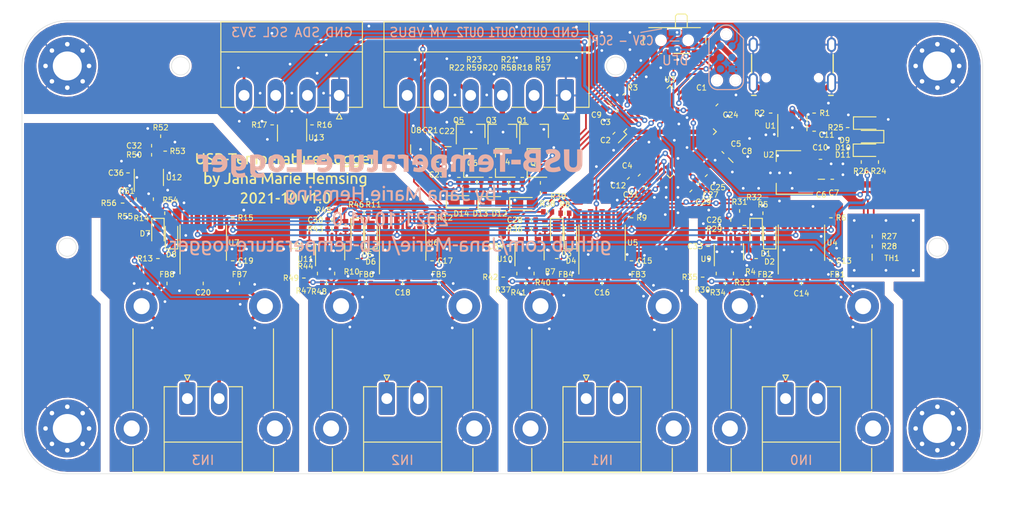
<source format=kicad_pcb>
(kicad_pcb (version 20211014) (generator pcbnew)
  (layers (0 "F.Cu" signal) (1 "In1.Cu" signal) (2 "In2.Cu" signal) (31 "B.Cu" signal) (34 "B.Paste" user) (35 "F.Paste" user) (36 "B.SilkS" user "B.Silkscreen") (37 "F.SilkS" user "F.Silkscreen") (38 "B.Mask" user) (39 "F.Mask" user) (44 "Edge.Cuts" user))
  (net 0 "")
  (net 1 "+3V3")
  (net 2 "GND")
  (net 3 "VBUS")
  (net 4 "Net-(C12-Pad2)")
  (net 5 "Net-(C14-Pad2)")
  (net 6 "Net-(C14-Pad1)")
  (net 7 "Net-(C16-Pad2)")
  (net 8 "Net-(C16-Pad1)")
  (net 9 "Net-(C18-Pad2)")
  (net 10 "Net-(C18-Pad1)")
  (net 11 "Net-(C20-Pad2)")
  (net 12 "Net-(C20-Pad1)")
  (net 13 "VM")
  (net 14 "Net-(D1-Pad2)")
  (net 15 "LED0")
  (net 16 "Net-(D2-Pad2)")
  (net 17 "Net-(D3-Pad2)")
  (net 18 "LED1")
  (net 19 "Net-(D4-Pad2)")
  (net 20 "Net-(D5-Pad2)")
  (net 21 "LED2")
  (net 22 "Net-(D6-Pad2)")
  (net 23 "Net-(D7-Pad2)")
  (net 24 "LED3")
  (net 25 "Net-(D8-Pad2)")
  (net 26 "Net-(FB1-Pad1)")
  (net 27 "Net-(FB2-Pad1)")
  (net 28 "Net-(FB3-Pad1)")
  (net 29 "Net-(FB4-Pad1)")
  (net 30 "Net-(FB5-Pad1)")
  (net 31 "Net-(FB6-Pad1)")
  (net 32 "Net-(FB7-Pad1)")
  (net 33 "Net-(FB8-Pad1)")
  (net 34 "Net-(J1-PadB5)")
  (net 35 "Net-(J1-PadA8)")
  (net 36 "D+")
  (net 37 "D-")
  (net 38 "Net-(J1-PadA5)")
  (net 39 "Net-(J1-PadB8)")
  (net 40 "Net-(J6-Pad4)")
  (net 41 "Net-(J6-Pad3)")
  (net 42 "Net-(J6-Pad2)")
  (net 43 "SDA")
  (net 44 "SCL")
  (net 45 "Net-(JP1-Pad1)")
  (net 46 "Net-(P1-Pad6)")
  (net 47 "SWCLK")
  (net 48 "Net-(P1-Pad3)")
  (net 49 "SWDIO")
  (net 50 "Net-(Q1-Pad1)")
  (net 51 "Net-(Q2-Pad1)")
  (net 52 "Net-(Q3-Pad1)")
  (net 53 "Net-(Q4-Pad1)")
  (net 54 "Net-(Q5-Pad1)")
  (net 55 "Net-(Q6-Pad1)")
  (net 56 "Net-(R6-Pad2)")
  (net 57 "SCK")
  (net 58 "Net-(R9-Pad2)")
  (net 59 "Net-(R12-Pad2)")
  (net 60 "Net-(R15-Pad2)")
  (net 61 "OUT2")
  (net 62 "OUT1")
  (net 63 "OUT0")
  (net 64 "SW_SCPI_CSV")
  (net 65 "OUT_nSLEEP")
  (net 66 "Net-(U3-Pad28)")
  (net 67 "Net-(U3-Pad27)")
  (net 68 "Net-(U3-Pad26)")
  (net 69 "Net-(U3-Pad25)")
  (net 70 "Net-(U3-Pad22)")
  (net 71 "Net-(U3-Pad21)")
  (net 72 "Net-(U3-Pad20)")
  (net 73 "Net-(U3-Pad19)")
  (net 74 "Net-(U3-Pad18)")
  (net 75 "CIPO")
  (net 76 "CS0")
  (net 77 "CS1")
  (net 78 "CS2")
  (net 79 "CS3")
  (net 80 "Net-(U3-Pad6)")
  (net 81 "NTC_BOARD")
  (net 82 "NTC0")
  (net 83 "Net-(C26-Pad2)")
  (net 84 "NTC1")
  (net 85 "Net-(C28-Pad2)")
  (net 86 "NTC2")
  (net 87 "Net-(C30-Pad2)")
  (net 88 "NTC3")
  (net 89 "Net-(C32-Pad2)")
  (net 90 "Net-(D9-Pad2)")
  (net 91 "STATUS_LED")
  (net 92 "Net-(D10-Pad2)")
  (net 93 "Net-(D11-Pad2)")
  (net 94 "Net-(D12-Pad2)")
  (net 95 "Net-(D13-Pad2)")
  (net 96 "Net-(D14-Pad2)")
  (net 97 "Net-(U1-Pad3)")
  (net 98 "Net-(U1-Pad1)")
  (net 99 "Net-(U13-Pad6)")
  (net 100 "Net-(U13-Pad4)")
  (footprint "otter:PCC-SMP" (layer "F.Cu") (at 136 95 180)
    (fp_text reference "J2" hide)
    (fp_text value "THERMOCOUPLE")
  )
  (footprint "otter:C_0402" (layer "F.Cu") (at 123.798097 56.416369 135)
    (fp_text reference "C1")
    (fp_text value "100n" hide)
  )
  (footprint "otter:C_0402" (layer "F.Cu") (at 115.312816 62.426777 -45)
    (fp_text reference "C2")
    (fp_text value "100n" hide)
  )
  (footprint "otter:C_0402" (layer "F.Cu") (at 115.666369 59.951903 -135)
    (fp_text reference "C3")
    (fp_text value "100n" hide)
  )
  (footprint "otter:C_0402" (layer "F.Cu") (at 118.1 67.05 -45)
    (fp_text reference "C4")
    (fp_text value "100n" hide)
  )
  (footprint "otter:C_0402" (layer "F.Cu") (at 127.333631 64.548097 45)
    (fp_text reference "C5")
    (fp_text value "100n" hide)
  )
  (footprint "otter:C_0603" (layer "F.Cu") (at 138.2 67.5 -90)
    (fp_text reference "C6")
    (fp_text value "1uF" hide)
  )
  (footprint "otter:C_0402" (layer "F.Cu") (at 139.4 67.5 -90)
    (fp_text reference "C7")
    (fp_text value "100n" hide)
  )
  (footprint "otter:C_0603" (layer "F.Cu") (at 128.2 65.4 45)
    (fp_text reference "C8")
    (fp_text value "1uF" hide)
  )
  (footprint "otter:C_0603" (layer "F.Cu") (at 114.8 59.1 -135)
    (fp_text reference "C9")
    (fp_text value "1uF" hide)
  )
  (footprint "otter:C_0402" (layer "F.Cu") (at 138.1 65.3 90)
    (fp_text reference "C10")
    (fp_text value "100n" hide)
  )
  (footprint "otter:C_0402" (layer "F.Cu") (at 137.4 62.2 90)
    (fp_text reference "C11")
    (fp_text value "100n" hide)
  )
  (footprint "otter:C_0402" (layer "F.Cu") (at 116.9 67.4 135)
    (fp_text reference "C12")
    (fp_text value "100n" hide)
  )
  (footprint "otter:C_0402" (layer "F.Cu") (at 139.25 76.5 -90)
    (fp_text reference "C13")
    (fp_text value "100n" hide)
  )
  (footprint "otter:C_0402" (layer "F.Cu") (at 136 79 180)
    (fp_text reference "C14")
    (fp_text value "10n" hide)
  )
  (footprint "otter:C_0402" (layer "F.Cu") (at 117.25 76.5 -90)
    (fp_text reference "C15")
    (fp_text value "100n" hide)
  )
  (footprint "otter:C_0402" (layer "F.Cu") (at 114 79 180)
    (fp_text reference "C16")
    (fp_text value "10n" hide)
  )
  (footprint "otter:C_0402" (layer "F.Cu") (at 95.25 76.5 -90)
    (fp_text reference "C17")
    (fp_text value "100n" hide)
  )
  (footprint "otter:C_0402" (layer "F.Cu") (at 92 79 180)
    (fp_text reference "C18")
    (fp_text value "10n" hide)
  )
  (footprint "otter:C_0402" (layer "F.Cu") (at 73.25 76.5 -90)
    (fp_text reference "C19")
    (fp_text value "100n" hide)
  )
  (footprint "otter:C_0402" (layer "F.Cu") (at 70 79 180)
    (fp_text reference "C20")
    (fp_text value "10n" hide)
  )
  (footprint "otter:C_0603" (layer "F.Cu") (at 97 63.9 90)
    (fp_text reference "C22")
    (fp_text value "1uF" hide)
  )
  (footprint "otter:C_0402" (layer "F.Cu") (at 95.8 65.6 -90)
    (fp_text reference "C23")
    (fp_text value "100n" hide)
  )
  (footprint "otter:LED_0603_1608Metric" (layer "F.Cu") (at 131 73.5 -90)
    (fp_text reference "D1")
    (fp_text value "RED")
  )
  (footprint "otter:LED_0603_1608Metric" (layer "F.Cu") (at 132.5 73.5 90)
    (fp_text reference "D2")
    (fp_text value "GREEN")
  )
  (footprint "otter:LED_0603_1608Metric" (layer "F.Cu") (at 109 73.5 -90)
    (fp_text reference "D3")
    (fp_text value "RED")
  )
  (footprint "otter:LED_0603_1608Metric" (layer "F.Cu") (at 110.5 73.5 90)
    (fp_text reference "D4")
    (fp_text value "GREEN")
  )
  (footprint "otter:LED_0603_1608Metric" (layer "F.Cu") (at 87 73.5 -90)
    (fp_text reference "D5")
    (fp_text value "RED")
  )
  (footprint "otter:LED_0603_1608Metric" (layer "F.Cu") (at 88.499999 73.5 90)
    (fp_text reference "D6")
    (fp_text value "GREEN")
  )
  (footprint "otter:LED_0603_1608Metric" (layer "F.Cu") (at 65 73.5 -90)
    (fp_text reference "D7")
    (fp_text value "RED")
  )
  (footprint "otter:LED_0603_1608Metric" (layer "F.Cu") (at 66.5 73.5 90)
    (fp_text reference "D8")
    (fp_text value "GREEN")
  )
  (footprint "otter:L_0402" (layer "F.Cu") (at 139.975 79 180)
    (fp_text reference "FB1")
    (fp_text value "FERRET" hide)
  )
  (footprint "otter:L_0402" (layer "F.Cu") (at 132 79)
    (fp_text reference "FB2")
    (fp_text value "FERRET" hide)
  )
  (footprint "otter:L_0402" (layer "F.Cu") (at 118 79 180)
    (fp_text reference "FB3")
    (fp_text value "FERRET" hide)
  )
  (footprint "otter:L_0402" (layer "F.Cu") (at 110 79)
    (fp_text reference "FB4")
    (fp_text value "FERRET" hide)
  )
  (footprint "otter:L_0402" (layer "F.Cu") (at 96 79 180)
    (fp_text reference "FB5")
    (fp_text value "FERRET" hide)
  )
  (footprint "otter:L_0402" (layer "F.Cu") (at 88 79)
    (fp_text reference "FB6")
    (fp_text value "FERRET" hide)
  )
  (footprint "otter:L_0402" (layer "F.Cu") (at 74 79 180)
    (fp_text reference "FB7")
    (fp_text value "FERRET" hide)
  )
  (footprint "otter:L_0402" (layer "F.Cu") (at 66 79)
    (fp_text reference "FB8")
    (fp_text value "FERRET" hide)
  )
  (footprint "MountingHole:MountingHole_3.2mm_M3_Pad_Via" (layer "F.Cu") (at 55 55)
    (fp_text reference "H1" hide)
    (fp_text value "M3")
  )
  (footprint "MountingHole:MountingHole_3.2mm_M3_Pad_Via" (layer "F.Cu") (at 151 55)
    (fp_text reference "H2" hide)
    (fp_text value "M3")
  )
  (footprint "MountingHole:MountingHole_3.2mm_M3_Pad_Via" (layer "F.Cu") (at 55 95)
    (fp_text reference "H3" hide)
    (fp_text value "M3")
  )
  (footprint "MountingHole:MountingHole_3.2mm_M3_Pad_Via" (layer "F.Cu") (at 151 95)
    (fp_text reference "H4" hide)
    (fp_text value "M3")
  )
  (footprint "otter:USB-C 16Pin" (layer "F.Cu") (at 135 57.75 180)
    (fp_text reference "J1" hide)
    (fp_text value "USB")
  )
  (footprint "otter:PCC-SMP" (layer "F.Cu") (at 114 95 180)
    (fp_text reference "J3" hide)
    (fp_text value "THERMOCOUPLE")
  )
  (footprint "otter:PCC-SMP" (layer "F.Cu") (at 92 95 180)
    (fp_text reference "J4" hide)
    (fp_text value "THERMOCOUPLE")
  )
  (footprint "otter:PCC-SMP" (layer "F.Cu") (at 70 95 180)
    (fp_text reference "J5" hide)
    (fp_text value "THERMOCOUPLE")
  )
  (footprint "Connector_Phoenix_MC:PhoenixContact_MC_1,5_6-G-3.5_1x06_P3.50mm_Horizontal" (layer "F.Cu") (at 110 58.25 180)
    (fp_text reference "J6" hide)
    (fp_text value "OUT")
  )
  (footprint "Connector_Phoenix_MC:PhoenixContact_MC_1,5_4-G-3.5_1x04_P3.50mm_Horizontal" (layer "F.Cu") (at 85 58.25 180)
    (fp_text reference "J7" hide)
    (fp_text value "I2C")
  )
  (footprint "Package_TO_SOT_SMD:SOT-23" (layer "F.Cu") (at 106.5 62.2 90)
    (fp_text reference "Q1")
    (fp_text value "2N7002")
  )
  (footprint "Package_TO_SOT_SMD:SOT-23" (layer "F.Cu") (at 106.5 65.7 180)
    (fp_text reference "Q2")
    (fp_text value "BC817")
  )
  (footprint "Package_TO_SOT_SMD:SOT-23" (layer "F.Cu") (at 103 62.2 90)
    (fp_text reference "Q3")
    (fp_text value "DNP")
  )
  (footprint "Package_TO_SOT_SMD:SOT-23" (layer "F.Cu") (at 103 65.7 180)
    (fp_text reference "Q4")
    (fp_text value "DNP")
  )
  (footprint "Package_TO_SOT_SMD:SOT-23" (layer "F.Cu") (at 99.5 62.2 90)
    (fp_text reference "Q5")
    (fp_text value "DNP")
  )
  (footprint "Package_TO_SOT_SMD:SOT-23" (layer "F.Cu") (at 99.5 65.7 180)
    (fp_text reference "Q6")
    (fp_text value "DNP")
  )
  (footprint "otter:R_0402" (layer "F.Cu") (at 137.4 60.2 90)
    (fp_text reference "R1")
    (fp_text value "5k1" hide)
  )
  (footprint "otter:R_0402" (layer "F.Cu") (at 132.6 60.2 -90)
    (fp_text reference "R2")
    (fp_text value "5k1" hide)
  )
  (footprint "otter:R_0402" (layer "F.Cu") (at 116.4 58.1 -45)
    (fp_text reference "R3")
    (fp_text value "5k1" hide)
  )
  (footprint "otter:R_0402" (layer "F.Cu") (at 131 76.25 90)
    (fp_text reference "R4")
    (fp_text value "220" hide)
  )
  (footprint "otter:R_0402" (layer "F.Cu") (at 131.75 71.25 180)
    (fp_text reference "R5")
    (fp_text value "220" hide)
  )
  (footprint "otter:R_0402" (layer "F.Cu") (at 139.25 71.75 90)
    (fp_text reference "R6")
    (fp_text value "10" hide)
  )
  (footprint "otter:R_0402" (layer "F.Cu") (at 109 76.25 90)
    (fp_text reference "R7")
    (fp_text value "220" hide)
  )
  (footprint "otter:R_0402" (layer "F.Cu") (at 109.9 71.25 180)
    (fp_text reference "R8")
    (fp_text value "220" hide)
  )
  (footprint "otter:R_0402" (layer "F.Cu") (at 117.25 71.75 90)
    (fp_text reference "R9")
    (fp_text value "10" hide)
  )
  (footprint "otter:R_0402" (layer "F.Cu") (at 87 76.25 90)
    (fp_text reference "R10")
    (fp_text value "220" hide)
  )
  (footprint "otter:R_0402" (layer "F.Cu") (at 87.75 71.25 180)
    (fp_text reference "R11")
    (fp_text value "220" hide)
  )
  (footprint "otter:R_0402" (layer "F.Cu") (at 95.25 71.75 90)
    (fp_text reference "R12")
    (fp_text value "10" hide)
  )
  (footprint "otter:R_0402" (layer "F.Cu") (at 65 76.25 90)
    (fp_text reference "R13")
    (fp_text value "220" hide)
  )
  (footprint "otter:R_0402" (layer "F.Cu") (at 65.75 71.25 180)
    (fp_text reference "R14")
    (fp_text value "220" hide)
  )
  (footprint "otter:R_0402" (layer "F.Cu") (at 73.25 71.75 90)
    (fp_text reference "R15")
    (fp_text value "10" hide)
  )
  (footprint "otter:R_0402" (layer "F.Cu") (at 82 61.5 90)
    (fp_text reference "R16")
    (fp_text value "5k1" hide)
  )
  (footprint "otter:R_0402" (layer "F.Cu") (at 77.6 61.5 -90)
    (fp_text reference "R17")
    (fp_text value "5k1" hide)
  )
  (footprint "otter:R_0402" (layer "F.Cu") (at 105.2 67.3 -90)
    (fp_text reference "R18")
    (fp_text value "220" hide)
  )
  (footprint "otter:R_0402" (layer "F.Cu") (at 107.2 67.9)
    (fp_text reference "R19")
    (fp_text value "220" hide)
  )
  (footprint "otter:R_0402" (layer "F.Cu") (at 101.7 67.3 -90)
    (fp_text reference "R20")
    (fp_text value "DNP" hide)
  )
  (footprint "otter:R_0402" (layer "F.Cu") (at 103.7 67.9)
    (fp_text reference "R21")
    (fp_text value "DNP" hide)
  )
  (footprint "otter:R_0402" (layer "F.Cu") (at 98.2 67.3 -90)
    (fp_text reference "R22")
    (fp_text value "DNP" hide)
  )
  (footprint "Button_Switch_SMD:SW_SPDT_PCM12" (layer "F.Cu") (at 122 52.5 180)
    (fp_text reference "SW1" hide)
    (fp_text value "SCPI_CSV")
  )
  (footprint "Package_TO_SOT_SMD:SOT-23-6" (layer "F.Cu") (at 135 61.25 90)
    (fp_text reference "U1")
    (fp_text value "USBLC6-4")
  )
  (footprint "Package_TO_SOT_SMD:SOT-89-3" (layer "F.Cu") (at 135 66.75 180)
    (fp_text reference "U2")
    (fp_text value "AP2204R-3.3")
  )
  (footprint "Package_QFP:LQFP-48_7x7mm_P0.5mm" (layer "F.Cu") (at 121.5 62.25 45)
    (fp_text reference "U3")
    (fp_text value "STM32F072C8Tx")
  )
  (footprint "Package_SO:SOIC-8_3.9x4.9mm_P1.27mm" (layer "F.Cu") (at 136 74.5 90)
    (fp_text reference "U4")
    (fp_text value "MAX31855KASA")
  )
  (footprint "Package_SO:SOIC-8_3.9x4.9mm_P1.27mm" (layer "F.Cu") (at 114 74.5 90)
    (fp_text reference "U5")
    (fp_text value "MAX31855KASA")
  )
  (footprint "Package_SO:SOIC-8_3.9x4.9mm_P1.27mm" (layer "F.Cu") (at 92 74.5 90)
    (fp_text reference "U6")
    (fp_text value "MAX31855KASA")
  )
  (footprint "Package_SO:SOIC-8_3.9x4.9mm_P1.27mm" (layer "F.Cu") (at 70 74.5 90)
    (fp_text reference "U7")
    (fp_text value "MAX31855KASA")
  )
  (footprint "otter:C_0402" (layer "F.Cu") (at 126.675 59.3 135)
    (fp_text reference "C24")
    (fp_text value "100n" hide)
  )
  (footprint "otter:C_0402" (layer "F.Cu") (at 125.5 67.1 135)
    (fp_text reference "C25")
    (fp_text value "DNP" hide)
  )
  (footprint "otter:C_0402" (layer "F.Cu") (at 128.2 72)
    (fp_text reference "C26")
    (fp_text value "10n" hide)
  )
  (footprint "otter:C_0402" (layer "F.Cu") (at 124.65 67.95 135)
    (fp_text reference "C27")
    (fp_text value "DNP" hide)
  )
  (footprint "otter:C_0402" (layer "F.Cu") (at 106.2 72)
    (fp_text reference "C28")
    (fp_text value "10n" hide)
  )
  (footprint "otter:C_0402" (layer "F.Cu") (at 123.8 68.8 135)
    (fp_text reference "C29")
    (fp_text value "DNP" hide)
  )
  (footprint "otter:C_0402" (layer "F.Cu") (at 84.2 72)
    (fp_text reference "C30")
    (fp_text value "10n" hide)
  )
  (footprint "otter:C_0402" (layer "F.Cu") (at 118.8 68.4 45)
    (fp_text reference "C31")
    (fp_text value "DNP" hide)
  )
  (footprint "otter:C_0402" (layer "F.Cu") (at 64.3 63.8)
    (fp_text reference "C32")
    (fp_text value "10n" hide)
  )
  (footprint "otter:LED_0603_1608Metric" (layer "F.Cu") (at 143.425 61.3)
    (fp_text reference "D9")
    (fp_text value "RED")
  )
  (footprint "otter:LED_0603_1608Metric" (layer "F.Cu") (at 143.4 62.8 180)
    (fp_text reference "D10")
    (fp_text value "GREEN")
  )
  (footprint "otter:LED_0603_1608Metric" (layer "F.Cu") (at 143.4 64.3)
    (fp_text reference "D11")
    (fp_text value "BLUE")
  )
  (footprint "otter:LED_0603_1608Metric" (layer "F.Cu") (at 105.5 70.2)
    (fp_text reference "D12")
    (fp_text value "GREEN")
  )
  (footprint "otter:LED_0603_1608Metric" (layer "F.Cu") (at 102 70.1)
    (fp_text reference "D13")
    (fp_text value "GREEN")
  )
  (footprint "otter:LED_0603_1608Metric" (layer "F.Cu") (at 98.5 70)
    (fp_text reference "D14")
    (fp_text value "GREEN")
  )
  (footprint "otter:PhoenixContact_MC_1,5_2-G-3.5_1x02_P3.50mm_Horizontal" (layer "F.Cu") (at 136 91.5)
    (fp_text reference "J8" hide)
    (fp_text value "DNP")
  )
  (footprint "otter:PhoenixContact_MC_1,5_2-G-3.5_1x02_P3.50mm_Horizontal" (layer "F.Cu") (at 114 91.5)
    (fp_text reference "J9" hide)
    (fp_text value "DNP")
  )
  (footprint "otter:PhoenixContact_MC_1,5_2-G-3.5_1x02_P3.50mm_Horizontal" (layer "F.Cu") (at 92 91.5)
    (fp_text reference "J10" hide)
    (fp_text value "DNP")
  )
  (footprint "otter:PhoenixContact_MC_1,5_2-G-3.5_1x02_P3.50mm_Horizontal" (layer "F.Cu") (at 70 91.5)
    (fp_text reference "J11" hide)
    (fp_text value "DNP")
  )
  (footprint "otter:R_0402" (layer "F.Cu") (at 144.5 65.6)
    (fp_text reference "R24")
    (fp_text value "220" hide)
  )
  (footprint "otter:R_0402" (layer "F.Cu") (at 141.1 61.8 90)
    (fp_text reference "R25")
    (fp_text value "220" hide)
  )
  (footprint "otter:R_0402" (layer "F.Cu") (at 142.6 65.6)
    (fp_text reference "R26")
    (fp_text value "220" hide)
  )
  (footprint "otter:R_0402" (layer "F.Cu") (at 143.8 73.8)
    (fp_text reference "R27")
    (fp_text value "220" hide)
  )
  (footprint "otter:R_0402" (layer "F.Cu") (at 143.8 74.9 180)
    (fp_text reference "R28")
    (fp_text value "220" hide)
  )
  (footprint "otter:R_0402" (layer "F.Cu") (at 128.2 73)
    (fp_text reference "R29")
    (fp_text value "DNP" hide)
  )
  (footprint "otter:R_0402" (layer "F.Cu") (at 126.6 77.9)
    (fp_text reference "R30")
    (fp_text value "DNP" hide)
  )
  (footprint "otter:R_0402" (layer "F.Cu") (at 129.175 71)
    (fp_text reference "R31")
    (fp_text value "DNP" hide)
  )
  (footprint "otter:R_0402" (layer "F.Cu") (at 129.7 72.6 -90)
    (fp_text reference "R32")
    (fp_text value "DNP" hide)
  )
  (footprint "otter:R_0402" (layer "F.Cu") (at 128.5 77.9 180)
    (fp_text reference "R33")
    (fp_text value "DNP" hide)
  )
  (footprint "otter:R_0402" (layer "F.Cu") (at 127.6 79)
    (fp_text reference "R34")
    (fp_text value "DNP" hide)
  )
  (footprint "otter:R_0402" (layer "F.Cu") (at 125.1 78.3 -90)
    (fp_text reference "R35")
    (fp_text value "DNP" hide)
  )
  (footprint "otter:R_0402" (layer "F.Cu") (at 106.2 73)
    (fp_text reference "R36")
    (fp_text value "DNP" hide)
  )
  (footprint "otter:R_0402" (layer "F.Cu") (at 104.6 77.9)
    (fp_text reference "R37")
    (fp_text value "DNP" hide)
  )
  (footprint "otter:R_0402" (layer "F.Cu") (at 108 71.1)
    (fp_text reference "R38")
    (fp_text value "DNP" hide)
  )
  (footprint "otter:R_0402" (layer "F.Cu") (at 107.7 72.6 -90)
    (fp_text reference "R39")
    (fp_text value "DNP" hide)
  )
  (footprint "otter:R_0402" (layer "F.Cu") (at 106.5 77.9 180)
    (fp_text reference "R40")
    (fp_text value "DNP" hide)
  )
  (footprint "otter:R_0402" (layer "F.Cu") (at 105.6 79)
    (fp_text reference "R41")
    (fp_text value "DNP" hide)
  )
  (footprint "otter:R_0402" (layer "F.Cu") (at 103.1 78.3 -90)
    (fp_text reference "R42")
    (fp_text value "DNP" hide)
  )
  (footprint "otter:R_0402" (layer "F.Cu") (at 84.2 73)
    (fp_text reference "R43")
    (fp_text value "DNP" hide)
  )
  (footprint "otter:R_0402" (layer "F.Cu") (at 82.6 77.9)
    (fp_text reference "R44")
    (fp_text value "DNP" hide)
  )
  (footprint "otter:R_0402" (layer "F.Cu") (at 85.1 70.9)
    (fp_text reference "R45")
    (fp_text value "DNP" hide)
  )
  (footprint "otter:R_0402" (layer "F.Cu") (at 85.7 72.6 -90)
    (fp_text reference "R46")
    (fp_text value "DNP" hide)
  )
  (footprint "otter:R_0402" (layer "F.Cu") (at 84.5 77.9 180)
    (fp_text reference "R47")
    (fp_text value "DNP" hide)
  )
  (footprint "otter:R_0402" (layer "F.Cu") (at 83.6 79)
    (fp_text reference "R48")
    (fp_text value "DNP" hide)
  )
  (footprint "otter:R_0402" (layer "F.Cu") (at 81.1 78.4 -90)
    (fp_text reference "R49")
    (fp_text value "DNP" hide)
  )
  (footprint "otter:R_0402" (layer "F.Cu") (at 64.3 64.8)
    (fp_text reference "R50")
    (fp_text value "DNP" hide)
  )
  (footprint "otter:R_0402" (layer "F.Cu") (at 62.6 69.7)
    (fp_text reference "R51")
    (fp_text value "DNP" hide)
  )
  (footprint "otter:R_0402" (layer "F.Cu") (at 65.3 62.75)
    (fp_text reference "R52")
    (fp_text value "DNP" hide)
  )
  (footprint "otter:R_0402" (layer "F.Cu") (at 65.8 64.4 -90)
    (fp_text reference "R53")
    (fp_text value "DNP" hide)
  )
  (footprint "otter:R_0402" (layer "F.Cu") (at 64.5 69.7 180)
    (fp_text reference "R54")
    (fp_text value "DNP" hide)
  )
  (footprint "otter:R_0402" (layer "F.Cu") (at 63.6 70.8)
    (fp_text reference "R55")
    (fp_text value "DNP" hide)
  )
  (footprint "otter:R_0402" (layer "F.Cu") (at 61.1 70.13 -90)
    (fp_text reference "R56")
    (fp_text value "DNP" hide)
  )
  (footprint "otter:R_0402" (layer "F.Cu") (at 107.2 69)
    (fp_text reference "R57")
    (fp_text value "220" hide)
  )
  (footprint "otter:R_0402" (layer "F.Cu") (at 103.7 68.9)
    (fp_text reference "R58")
    (fp_text value "220" hide)
  )
  (footprint "otter:R_0402" (layer "F.Cu") (at 100.2 68.8)
    (fp_text reference "R59")
    (fp_text value "220" hide)
  )
  (footprint "otter:R_0603" (layer "F.Cu") (at 143.8 76.1 180)
    (fp_text reference "TH1")
    (fp_text value "NTC" hide)
  )
  (footprint "Package_TO_SOT_SMD:SOT-23-5" (layer "F.Cu") (at 128 75.5 90)
    (fp_text reference "U9")
    (fp_text value "TLV9001")
  )
  (footprint "Package_TO_SOT_SMD:SOT-23-5" (layer "F.Cu") (at 106 75.5 90)
    (fp_text reference "U10")
    (fp_text value "TLV9001")
  )
  (footprint "Package_TO_SOT_SMD:SOT-23-5" (layer "F.Cu") (at 84 75.5 90)
    (fp_text reference "U11")
    (fp_text value "TLV9001")
  )
  (footprint "Package_TO_SOT_SMD:SOT-23-6" (layer "F.Cu") (at 79.8 62.4 -90)
    (fp_text reference "U13")
    (fp_text value "USBLC6-4")
  )
  (footprint "otter:R_0402" (layer "F.Cu") (at 100.2 67.8)
    (fp_text reference "R23")
    (fp_text value "DNP" hide)
  )
  (footprint "otter:C_0402" (layer "F.Cu") (at 95.8 63.7 90)
    (fp_text reference "C21")
    (fp_text value "100n" hide)
  )
  (footprint "Package_SON:WSON-8-1EP_2x2mm_P0.5mm_EP0.9x1.6mm" (layer "F.Cu") (at 94 64.2 -90)
    (fp_text reference "U8")
    (fp_text value "DRV8837")
  )
  (footprint "otter:usb-temperature-logger-front-text" (layer "F.Cu") (at 79.125 67.4)
    (fp_text reference "G***" hide)
    (fp_text value "LOGO" hide)
  )
  (footprint "otter:C_0402" (layer "F.Cu") (at 125.7 74.9 90)
    (fp_text reference "C33")
    (fp_text value "DNP" hide)
  )
  (footprint "otter:C_0402" (layer "F.Cu") (at 103.7 74.9 90)
    (fp_text reference "C34")
    (fp_text value "DNP" hide)
  )
  (footprint "otter:C_0402" (layer "F.Cu") (at 81.7 74.9 90)
    (fp_text reference "C35")
    (fp_text value "DNP" hide)
  )
  (footprint "otter:C_0402" (layer "F.Cu") (at 61.7 66.8 90)
    (fp_text reference "C36")
    (fp_text value "DNP" hide)
  )
  (footprint "Package_TO_SOT_SMD:SOT-23-5" (layer "F.Cu") (at 64 67.3 90)
    (fp_text reference "U12")
    (fp_text value "TLV9001")
  )
  (footprint "otter:R_0805" (layer "B.Cu") (at 122 52.25 -90)
    (fp_text reference "JP1" hide)
    (fp_text value "DFU" hide)
  )
  (footprint "otter:TC2030" (layer "B.Cu") (at 127.7 54.05 -90)
    (fp_text reference "P1" hide)
    (fp_text value "TC2030" hide)
  )
  (footprint "otter:usb-temperature-logger-back-text" (layer "B.Cu") (at 90.625 70.025 180)
    (fp_text reference "G***" hide)
    (fp_text value "LOGO" hide)
  )
  (gr_line (start 120.575 50.9) (end 118.275 51.3) (layer "B.SilkS") (width 0.12))
  (gr_line (start 151 50) (end 55 50) (layer "Edge.Cuts") (width 0.05))
  (gr_arc (start 50 55) (mid 51.464466 51.464466) (end 55 50) (layer "Edge.Cuts") (width 0.05))
  (gr_arc (start 156 95) (mid 154.535534 98.535534) (end 151 100) (layer "Edge.Cuts") (width 0.05))
  (gr_circle (center 115.5 55) (end 116.5 55) (layer "Edge.Cuts") (width 0.05) (fill none))
  (gr_arc (start 151 50) (mid 154.535534 51.464466) (end 156 55) (layer "Edge.Cuts") (width 0.05))
  (gr_circle (center 67.5 55) (end 68.5 55) (layer "Edge.Cuts") (width 0.05) (fill none))
  (gr_line (start 156 95) (end 156 55) (layer "Edge.Cuts") (width 0.05))
  (gr_line (start 55 100) (end 151 100) (layer "Edge.Cuts") (width 0.05))
  (gr_line (start 50 55) (end 50 95) (layer "Edge.Cuts") (width 0.05))
  (gr_arc (start 55 100) (mid 51.464466 98.535534) (end 50 95) (layer "Edge.Cuts") (width 0.05))
  (gr_circle (center 55 75) (end 56 75) (layer "Edge.Cuts") (width 0.05) (fill none))
  (gr_circle (center 151 75) (end 152 75) (layer "Edge.Cuts") (width 0.05) (fill none))
  (gr_text "CSV - SCPI" (at 116.075 52.2) (layer "B.SilkS") (effects (font (size 1 0.8)) (justify mirror)))
  (gr_text "IN0" (at 135.975 98.5) (layer "B.SilkS") (effects (font (size 1 1)) (justify mirror)))
  (gr_text "IN3" (at 69.975 98.5) (layer "B.SilkS") (effects (font (size 1 1)) (justify mirror)))
  (gr_text "SDA" (at 81.475 51.3) (layer "B.SilkS") (effects (font (size 1 1)) (justify mirror)))
  (gr_text "IN2" (at 91.975 98.5) (layer "B.SilkS") (effects (font (size 1 1)) (justify mirror)))
  (gr_text "OUT1" (at 102.975 51.3) (layer "B.SilkS") (effects (font (size 1 0.8)) (justify mirror)))
  (gr_text "VM" (at 95.975 51.3) (layer "B.SilkS") (effects (font (size 1 1)) (justify mirror)))
  (gr_text "GND\n" (at 84.975 51.3) (layer "B.SilkS") (effects (font (size 1 1)) (justify mirror)))
  (gr_text "IN1\n" (at 113.975 98.5) (layer "B.SilkS") (effects (font (size 1 1)) (justify mirror)))
  (gr_text "OUT2\n" (at 99.475 51.3) (layer "B.SilkS") (effects (font (size 1 0.8)) (justify mirror)))
  (gr_text "GND\n" (at 109.975 51.3) (layer "B.SilkS") (effects (font (size 1 1)) (justify mirror)))
  (gr_text "SCL" (at 77.975 51.3) (layer "B.SilkS") (effects (font (size 1 1)) (justify mirror)))
  (gr_text "DFU" (at 122.075 54.4) (layer "B.SilkS") (effects (font (size 1 1)) (justify mirror)))
  (gr_text "VBUS" (at 92.475 51.3) (layer "B.SilkS") (effects (font (size 1 1)) (justify mirror)))
  (gr_text "3V3" (at 74.475 51.3) (layer "B.SilkS") (effects (font (size 1 1)) (justify mirror)))
  (gr_text "OUT0" (at 106.475 51.3) (layer "B.SilkS") (effects (font (size 1 0.8)) (justify mirror)))
  (segment (start 125.75 74.43) (end 124.745 74.43) (width 0.2) (layer "F.Cu") (net 1))
  (segment (start 73.2 76.97) (end 74.005 76.97) (width 0.2) (layer "F.Cu") (net 1))
  (segment (start 115.645156 62.759117) (end 115.699395 62.704878) (width 0.3) (layer "F.Cu") (net 1))
  (segment (start 127.875 62.275) (end 126.184348 62.275) (width 0.5) (layer "F.Cu") (net 1))
  (segment (start 115.174864 60.270124) (end 114.874865 59.970125) (width 0.3) (layer "F.Cu") (net 1))
  (segment (start 123.465757 56.084029) (end 123.465757 56.395155) (width 0.3) (layer "F.Cu") (net 1))
  (segment (start 123.465757 56.395155) (end 122.498788 57.362124) (width 0.3) (layer "F.Cu") (net 1))
  (segment (start 105.575998 71.1) (end 103.7 72.975998) (width 0.2) (layer "F.Cu") (net 1))
  (segment (start 109 76.72) (end 109.060002 76.72) (width 0.2) (layer "F.Cu") (net 1))
  (segment (start 133.98 64) (end 130.1 64) (width 0.5) (layer "F.Cu") (net 1))
  (segment (start 131 76.72) (end 130.845 76.72) (width 0.2) (layer "F.Cu") (net 1))
  (segment (start 79.855 62.52) (end 78.2 62.52) (width 0.3) (layer "F.Cu") (net 1))
  (segment (start 120.2 65.317766) (end 120.2 62.45) (width 0.3) (layer "F.Cu") (net 1))
  (segment (start 83.666596 70.85) (end 81.7 72.816596) (width 0.2) (layer "F.Cu") (net 1))
  (segment (start 94.225 52.35) (end 94.235021 52.360021) (width 0.3) (layer "F.Cu") (net 1))
  (segment (start 103.7 74.43) (end 103.645 74.43) (width 0.2) (layer "F.Cu") (net 1))
  (segment (start 125.7 73.98) (end 125.7 74.43) (width 0.2) (layer "F.Cu") (net 1))
  (segment (start 128.319884 64.86967) (end 127.665971 64.215757) (width 0.3) (layer "F.Cu") (net 1))
  (segment (start 124.25 53.93) (end 123.305 53.93) (width 0.2) (layer "F.Cu") (net 1))
  (segment (start 79.855 62.52) (end 79.8 62.575) (width 0.3) (layer "F.Cu") (net 1))
  (segment (start 95.67 66.07) (end 95.8 66.07) (width 0.2) (layer "F.Cu") (net 1))
  (segment (start 128.73033 64.86967) (end 128.319884 64.86967) (width 0.3) (layer "F.Cu") (net 1))
  (segment (start 116.475 62.275) (end 115.699395 61.499395) (width 0.5) (layer "F.Cu") (net 1))
  (segment (start 123.305 53.93) (end 123.275 53.9) (width 0.2) (layer "F.Cu") (net 1))
  (segment (start 142.13 66.2) (end 142.13 65.6) (width 0.3) (layer "F.Cu") (net 1))
  (segment (start 65.155 76.72) (end 65.775 76.1) (width 0.2) (layer "F.Cu") (net 1))
  (segment (start 111.650736 52.360021) (end 112.075 52.360021) (width 0.3) (layer "F.Cu") (net 1))
  (segment (start 128.73033 64.86967) (end 129.6 64) (width 0.5) (layer "F.Cu") (net 1))
  (segment (start 61.6225 66.33) (end 61.1 66.8525) (width 0.2) (layer "F.Cu") (net 1))
  (segment (start 61.7 64.875998) (end 61.7 65.88) (width 0.2) (layer "F.Cu") (net 1))
  (segment (start 79.8 62.575) (end 79.8 63.5) (width 0.3) (layer "F.Cu") (net 1))
  (segment (start 82 61.97) (end 81.95 61.97) (width 0.3) (layer "F.Cu") (net 1))
  (segment (start 125.760554 62.275) (end 121.75 62.275) (width 0.5) (layer "F.Cu") (net 1))
  (segment (start 143.33 73.8) (end 143.33 69.519285) (width 0.2) (layer "F.Cu") (net 1))
  (segment (start 94.235021 52.360021) (end 111.650736 52.360021) (width 0.3) (layer "F.Cu") (net 1))
  (segment (start 127.665971 64.215757) (end 127.354845 64.215757) (width 0.3) (layer "F.Cu") (net 1))
  (segment (start 144.03 66.2) (end 143.93 66.3) (width 0.3) (layer "F.Cu") (net 1))
  (segment (start 125.1 74.875) (end 125.1 77.38) (width 0.2) (layer "F.Cu") (net 1))
  (segment (start 71.91 76.97) (end 71.905 76.975) (width 0.4) (layer "F.Cu") (net 1))
  (segment (start 128.555 70.8) (end 127.794542 70.8) (width 0.2) (layer "F.Cu") (net 1))
  (segment (start 81.7 74.38) (end 80.695 74.38) (width 0.2) (layer "F.Cu") (net 1))
  (segment (start 62.92 66.33) (end 63.05 66.2) (width 0.2) (layer "F.Cu") (net 1))
  (segment (start 124.25 53.93) (end 124.905 53.93) (width 0.2) (layer "F.Cu") (net 1))
  (segment (start 61.7 66.33) (end 62.92 66.33) (width 0.2) (layer "F.Cu") (net 1))
  (segment (start 125.763267 62.277713) (end 125.760554 62.275) (width 0.5) (layer "F.Cu") (net 1))
  (segment (start 143.33 69.519285) (end 143.325001 69.514286) (width 0.2) (layer "F.Cu") (net 1))
  (segment (start 128.705 71) (end 128.705 70.95) (width 0.2) (layer "F.Cu") (net 1))
  (segment (start 87.010002 76.72) (end 87.780002 75.95) (width 0.2) (layer "F.Cu") (net 1))
  (segment (start 141.58 65.6) (end 140.81 64.83) (width 0.3) (layer "F.Cu") (net 1))
  (segment (start 140.055 76.97) (end 140.075 76.95) (width 0.2) (layer "F.Cu") (net 1))
  (segment (start 73.25 76.97) (end 71.91 76.97) (width 0.4) (layer "F.Cu") (net 1))
  (segment (start 84.58 70.85) (end 83.666596 70.85) (width 0.2) (layer "F.Cu") (net 1))
  (segment (start 93.91 76.97) (end 93.905 76.975) (width 0.4) (layer "F.Cu") (net 1))
  (segment (start 87 76.72) (end 87.010002 76.72) (width 0.2) (layer "F.Cu") (net 1))
  (segment (start 81.7 74.43) (end 81.645 74.43) (width 0.2) (layer "F.Cu") (net 1))
  (segment (start 74.5 60.35) (end 76.12 61.97) (width 0.3) (layer "F.Cu") (net 1))
  (segment (start 127.02 74.43) (end 127.05 74.4) (width 0.2) (layer "F.Cu") (net 1))
  (segment (start 126.184348 62.275) (end 126.181635 62.277713) (width 0.5) (layer "F.Cu") (net 1))
  (segment (start 127.794542 70.8) (end 125.7 72.894542) (width 0.2) (layer "F.Cu") (net 1))
  (segment (start 142.13 65.6) (end 141.58 65.6) (width 0.3) (layer "F.Cu") (net 1))
  (segment (start 94.225 52.35) (end 94.225 53.15) (width 0.2) (layer "F.Cu") (net 1))
  (segment (start 130.845 76.72) (end 130.175 76.05) (width 0.2) (layer "F.Cu") (net 1))
  (segment (start 94.75 65.15) (end 95.67 66.07) (width 0.2) (layer "F.Cu") (net 1))
  (segment (start 103.73 74.4) (end 103.7 74.43) (width 0.2) (layer "F.Cu") (net 1))
  (segment (start 115.645156 62.759117) (end 116.122453 62.759117) (width 0.3) (layer "F.Cu") (net 1))
  (segment (start 129.6 64) (end 130.1 64) (width 0.5) (layer "F.Cu") (net 1))
  (segment (start 115.699395 61.499395) (end 115.699395 60.794655) (width 0.3) (layer "F.Cu") (net 1))
  (segment (start 81.73 74.4) (end 81.7 74.43) (width 0.2) (layer "F.Cu") (net 1))
  (segment (start 126.075 55.6) (end 125.775 55.9) (width 0.2) (layer "F.Cu") (net 1))
  (segment (start 61.1 69.21) (end 61.1 69.66) (width 0.2) (layer "F.Cu") (net 1))
  (segment (start 123.775 55.9) (end 123.590971 56.084029) (width 0.2) (layer "F.Cu") (net 1))
  (segment (start 121.75 58.110912) (end 122.498788 57.362124) (width 0.3) (layer "F.Cu") (net 1))
  (segment (start 103.7 73.98) (end 103.7 74.43) (width 0.2) (layer "F.Cu") (net 1))
  (segment (start 143.275 66.3) (end 143.875 66.3) (width 0.2) (layer "F.Cu") (net 1))
  (segment (start 95.2 76.97) (end 96.005 76.97) (width 0.2) (layer "F.Cu") (net 1))
  (segment (start 118.43234 67.085426) (end 119.440551 66.077215) (width 0.3) (layer "F.Cu") (net 1))
  (segment (start 78.2 62.52) (end 77.65 61.97) (width 0.3) (layer "F.Cu") (net 1))
  (segment (start 135.23 65.25) (end 133.98 64) (width 0.5) (layer "F.Cu") (net 1))
  (segment (start 74.5 56.15) (end 74.5 58.25) (width 0.3) (layer "F.Cu") (net 1))
  (segment (start 121.75 62.275) (end 121.75 58.110912) (width 0.3) (layer "F.Cu") (net 1))
  (segment (start 125.7 74.43) (end 127.02 74.43) (width 0.2) (layer "F.Cu") (net 1))
  (segment (start 115.334029 61.134029) (end 115.334029 60.284243) (width 0.3) (layer "F.Cu") (net 1))
  (segment (start 76.12 61.97) (end 77 61.97) (width 0.3) (layer "F.Cu") (net 1))
  (segment (start 65 76.72) (end 65.155 76.72) (width 0.2) (layer "F.Cu") (net 1))
  (segment (start 136.9 64.83) (end 138.1 64.83) (width 0.5) (layer "F.Cu") (net 1))
  (segment (start 117.25 76.97) (end 118.055 76.97) (width 0.2) (layer "F.Cu") (net 1))
  (segment (start 143.275 67.1) (end 143.275 66.3) (width 0.3) (layer "F.Cu") (net 1))
  (segment (start 94.225 52.35) (end 78.3 52.35) (width 0.3) (layer "F.Cu") (net 1))
  (segment (start 137.91 76.97) (end 137.905 76.975) (width 0.4) (layer "F.Cu") (net 1))
  (segment (start 136.48 65.25) (end 136.9 64.83) (width 0.5) (layer "F.Cu") (net 1))
  (segment (start 115.645155 60.284243) (end 116.612124 61.251212) (width 0.3) (layer "F.Cu") (net 1))
  (segment (start 109.060002 76.72) (end 109.780002 76) (width 0.2) (layer "F.Cu") (net 1))
  (segment (start 84.63 70.9) (end 84.58 70.85) (width 0.2) (layer "F.Cu") (net 1))
  (segment (start 126.181635 62.277713) (end 125.763267 62.277713) (width 0.5) (layer "F.Cu") (net 1))
  (segment (start 95.25 76.97) (end 93.91 76.97) (width 0.4) (layer "F.Cu") (net 1))
  (segment (start 119.440551 66.077215) (end 120.2 65.317766) (width 0.3) (layer "F.Cu") (net 1))
  (segment (start 123.590971 56.084029) (end 123.465757 56.084029) (width 0.2) (layer "F.Cu") (net 1))
  (segment (start 139.25 76.97) (end 137.91 76.97) (width 0.4) (layer "F.Cu") (net 1))
  (segment (start 115.699395 61.499395) (end 115.334029 61.134029) (width 0.3) (layer "F.Cu") (net 1))
  (segment (start 125.1 77.38) (end 125.1 77.83) (width 0.2) (layer "F.Cu") (net 1))
  (segment (start 64.83 62.75) (end 63.825998 62.75) (width 0.2) (layer "F.Cu") (net 1))
  (segment (start 61.1 66.8525) (end 61.1 68.825) (width 0.2) (layer "F.Cu") (net 1))
  (segment (start 116.122453 62.759117) (end 116.612124 63.248788) (width 0.3) (layer "F.Cu") (net 1))
  (segment (start 77.65 61.97) (end 77.6 61.97) (width 0.3) (layer "F.Cu") (net 1))
  (segment (start 96.545 66.07) (end 96.575 66.1) (width 0.2) (layer "F.Cu") (net 1))
  (segment (start 127.354845 64.215757) (end 126.387876 63.248788) (width 0.3) (layer "F.Cu") (net 1))
  (segment (start 129.6 64) (end 127.875 62.275) (width 0.5) (layer "F.Cu") (net 1))
  (segment (start 61.1 68.825) (end 61.1 69.21) (width 0.2) (layer "F.Cu") (net 1))
  (segment (start 124.905 53.93) (end 126.075 55.1) (width 0.2) (layer "F.Cu") (net 1))
  (segment (start 61.7 65.88) (end 61.7 66.33) (width 0.2) (layer "F.Cu") (net 1))
  (segment (start 74.5 58.25) (end 74.5 60.35) (width 0.3) (layer "F.Cu") (net 1))
  (segment (start 81.7 73.98) (end 81.7 74.43) (width 0.2) (layer "F.Cu") (net 1))
  (segment (start 115.334029 60.284243) (end 115.645155 60.284243) (width 0.3) (layer "F.Cu") (net 1))
  (segment (start 120.025 62.275) (end 121.75 62.275) (width 0.3) (layer "F.Cu") (net 1))
  (segment (start 117.25 76.97) (end 115.91 76.97) (width 0.4) (layer "F.Cu") (net 1))
  (segment (start 105.05 74.4) (end 103.73 74.4) (width 0.2) (layer "F.Cu") (net 1))
  (segment (start 121.75 62.275) (end 116.475 62.275) (width 0.5) (layer "F.Cu") (net 1))
  (segment (start 95.8 66.07) (end 96.545 66.07) (width 0.2) (layer "F.Cu") (net 1))
  (segment (start 126.075 55.1) (end 126.075 55.6) (width 0.2) (layer "F.Cu") (net 1))
  (segment (start 140.81 64.83) (end 138.7 64.83) (width 0.3) (layer "F.Cu") (net 1))
  (segment (start 115.699395 60.794655) (end 115.174864 60.270124) (width 0.3) (layer "F.Cu") (net 1))
  (segment (start 115.91 76.97) (end 115.905 76.975) (width 0.4) (layer "F.Cu") (net 1))
  (segment (start 77 61.97) (end 77.6 61.97) (width 0.3) (layer "F.Cu") (net 1))
  (segment (start 78.3 52.35) (end 74.5 56.15) (width 0.3) (layer "F.Cu") (net 1))
  (segment (start 103.7 74.43) (end 102.695 74.43) (width 0.2) (layer "F.Cu") (net 1))
  (segment (start 103.1 74.975) (end 103.1 77.38) (width 0.2) (layer "F.Cu") (net 1))
  (segment (start 120.2 62.45) (end 120.025 62.275) (width 0.3) (layer "F.Cu") (net 1))
  (segment (start 128.705 70.95) (end 128.555 70.8) (width 0.2) (layer "F.Cu") (net 1))
  (segment (start 125.7 72.894542) (end 125.7 73.98) (width 0.2) (layer "F.Cu") (net 1))
  (segment (start 125.775 55.9) (end 123.775 55.9) (width 0.2) (layer "F.Cu") (net 1))
  (segment (start 63.825998 62.75) (end 61.7 64.875998) (width 0.2) (layer "F.Cu") (net 1))
  (segment (start 103.1 77.38) (end 103.1 77.83) (width 0.2) (layer "F.Cu") (net 1))
  (segment (start 107.53 71.1) (end 105.575998 71.1) (width 0.2) (layer "F.Cu") (net 1))
  (segment (start 102.695 74.43) (end 102.675 74.45) (width 0.2) (layer "F.Cu") (net 1))
  (segment (start 83.05 74.4) (end 81.73 74.4) (width 0.2) (layer "F.Cu") (net 1))
  (segment (start 103.7 72.975998) (end 103.7 73.98) (width 0.2) (layer "F.Cu") (net 1))
  (segment (start 139.25 76.97) (end 140.055 76.97) (width 0.2) (layer "F.Cu") (net 1))
  (segment (start 81.95 61.97) (end 81.4 62.52) (width 0.3) (layer "F.Cu") (net 1))
  (segment (start 143.875 66.3) (end 142.23 66.3) (width 0.3) (layer "F.Cu") (net 1))
  (segment (start 81.4 62.52) (end 79.855 62.52) (width 0.3) (layer "F.Cu") (net 1))
  (segment (start 81.645 74.43) (end 81.1 74.975) (width 0.2) (layer "F.Cu") (net 1))
  (segment (start 65.775 75.724264) (end 65.775 75.3) (width 0.2) (layer "F.Cu") (net 1))
  (segment (start 81.1 74.975) (end 81.1 77.93) (width 0.2) (layer "F.Cu") (net 1))
  (segment (start 118.43234 67.38234) (end 118.43234 67.085426) (width 0.3) (layer "F.Cu") (net 1))
  (segment (start 144.03 65.6) (end 144.03 66.2) (width 0.3) (layer "F.Cu") (net 1))
  (segment (start 114.26967 59.63033) (end 114.680116 59.63033) (width 0.3) (layer "F.Cu") (net 1))
  (segment (start 136.48 65.25) (end 135.23 65.25) (width 0.5) (layer "F.Cu") (net 1))
  (segment (start 114.680116 59.63033) (end 115.334029 60.284243) (width 0.3) (layer "F.Cu") (net 1))
  (segment (start 125.7 74.43) (end 125.545 74.43) (width 0.2) (layer "F.Cu") (net 1))
  (segment (start 81.7 72.816596) (end 81.7 73.98) (width 0.2) (layer "F.Cu") (net 1))
  (segment (start 103.645 74.43) (end 103.1 74.975) (width 0.2) (layer "F.Cu") (net 1))
  (segment (start 65.775 76.1) (end 65.775 75.724264) (width 0.2) (layer "F.Cu") (net 1))
  (segment (start 61.7 66.33) (end 61.6225 66.33) (width 0.2) (layer "F.Cu") (net 1))
  (segment (start 138.7 64.83) (end 138.1 64.83) (width 0.3) (layer "F.Cu") (net 1))
  (segment (start 115.699395 62.704878) (end 115.699395 61.499395) (width 0.3) (layer "F.Cu") (net 1))
  (segment (start 143.93 66.3) (end 143.875 66.3) (width 0.3) (layer "F.Cu") (net 1))
  (segment (start 125.545 74.43) (end 125.1 74.875) (width 0.2) (layer "F.Cu") (net 1))
  (segment (start 142.23 66.3) (end 142.13 66.2) (width 0.3) (layer "F.Cu") (net 1))
  (via (at 124.725 74.45) (size 0.6) (drill 0.3) (layers "F.Cu" "B.Cu") (net 1))
  (via (at 74.025 76.95) (size 0.6) (drill 0.3) (layers "F.Cu" "B.Cu") (net 1))
  (via (at 118.075 76.95) (size 0.6) (drill 0.3) (layers "F.Cu" "B.Cu") (net 1))
  (via (at 109.780002 76) (size 0.6) (drill 0.3) (layers "F.Cu" "B.Cu") (net 1))
  (via (at 143.275 67.1) (size 0.6) (drill 0.3) (layers "F.Cu" "B.Cu") (net 1))
  (via (at 140.075 76.95) (size 0.6) (drill 0.3) (layers "F.Cu" "B.Cu") (net 1))
  (via (at 87.780002 75.95) (size 0.6) (drill 0.3) (layers "F.Cu" "B.Cu") (net 1))
  (via (at 96.575 66.1) (size 0.6) (drill 0.3) (layers "F.Cu" "B.Cu") (net 1))
  (via (at 65.775 75.3) (size 0.6) (drill 0.3) (layers "F.Cu" "B.Cu") (net 1))
  (via (at 143.325001 69.514286) (size 0.6) (drill 0.3) (layers "F.Cu" "B.Cu") (net 1))
  (via (at 114.874865 59.970125) (size 0.6) (drill 0.3) (layers "F.Cu" "B.Cu") (net 1))
  (via (at 112.075 52.360021) (size 0.6) (drill 0.3) (layers "F.Cu" "B.Cu") (net 1))
  (via (at 80.675 74.4) (size 0.6) (drill 0.3) (layers "F.Cu" "B.Cu") (net 1))
  (via (at 123.275 53.9) (size 0.6) (drill 0.3) (layers "F.Cu" "B.Cu") (net 1))
  (via (at 96.025 76.95) (size 0.6) (drill 0.3) (layers "F.Cu" "B.Cu") (net 1))
  (via (at 102.675 74.45) (size 0.6) (drill 0.3) (layers "F.Cu" "B.Cu") (net 1))
  (via (at 122.275 53.2) (size 0.6) (drill 0.3) (layers "F.Cu" "B.Cu") (net 1))
  (via (at 94.225 53.15) (size 0.6) (drill 0.3) (layers "F.Cu" "B.Cu") (net 1))
  (via (at 130.175 76.05) (size 0.6) (drill 0.3) (layers "F.Cu" "B.Cu") (net 1))
  (via (at 61.1 68.825) (size 0.6) (drill 0.3) (layers "F.Cu" "B.Cu") (net 1))
  (segment (start 122.275 53.2) (end 122 53.2) (width 0.2) (layer "B.Cu") (net 1))
  (segment (start 109.825 74.45) (end 102.675 74.45) (width 0.2) (layer "B.Cu") (net 1))
  (segment (start 74.025 74.4) (end 66.675 74.4) (width 0.2) (layer "B.Cu") (net 1))
  (segment (start 102.675 74.45) (end 95.925 74.45) (width 0.2) (layer "B.Cu") (net 1))
  (segment (start 128.575 74.45) (end 130.225 74.45) (width 0.2) (layer "B.Cu") (net 1))
  (segment (start 87.780002 74.494998) (end 87.780002 75.95) (width 0.2) (layer "B.Cu") (net 1))
  (segment (start 96.025 74.55) (end 96.025 76.95) (width 0.2) (layer "B.Cu") (net 1))
  (segment (start 137.575 74.45) (end 66.725 74.45) (width 0.3) (layer "B.Cu") (net 1))
  (segment (start 95.925 74.45) (end 87.825 74.45) (width 0.2) (layer "B.Cu") (net 1))
  (segment (start 66.725 74.45) (end 66.675 74.4) (width 0.3) (layer "B.Cu") (net 1))
  (segment (start 143.275 67.1) (end 143.275 69.464285) (width 0.3) (layer "B.Cu") (net 1))
  (segment (start 94.225 61.8) (end 94.225 53.15) (width 0.2) (layer "B.Cu") (net 1))
  (segment (start 143.325001 69.514286) (end 142.739287 70.1) (width 0.3) (layer "B.Cu") (net 1))
  (segment (start 128.575 74.45) (end 124.725 74.45) (width 0.2) (layer "B.Cu") (net 1))
  (segment (start 128.335 52.78) (end 128.875 52.24) (width 0.2) (layer "B.Cu") (net 1))
  (segment (start 140.075 71.3) (end 140.075 73.5) (width 0.3) (layer "B.Cu") (net 1))
  (segment (start 142.739287 70.1) (end 141.275 70.1) (width 0.3) (layer "B.Cu") (net 1))
  (segment (start 74.025 74.4) (end 74.025 76.95) (width 0.2) (layer "B.Cu") (net 1))
  (segment (start 124.725 74.45) (end 118.025 74.45) (width 0.2) (layer "B.Cu") (net 1))
  (segment (start 128.875 51.1) (end 128.275 50.5) (width 0.2) (layer "B.Cu") (net 1))
  (segment (start 95.925 74.45) (end 96.025 74.55) (width 0.2) (layer "B.Cu") (net 1))
  (segment (start 143.275 69.464285) (end 143.325001 69.514286) (width 0.3) (layer "B.Cu") (net 1))
  (segment (start 118.025 74.45) (end 109.825 74.45) (width 0.2) (layer "B.Cu") (net 1))
  (segment (start 87.825 74.45) (end 87.780002 74.494998) (width 0.2) (layer "B.Cu") (net 1))
  (segment (start 138.4 75.275) (end 137.575 74.45) (width 0.3) (layer "B.Cu") (net 1))
  (segment (start 109.780002 74.494998) (end 109.780002 76) (width 0.2) (layer "B.Cu") (net 1))
  (segment (start 87.825 74.45) (end 80.725 74.45) (width 0.2) (layer "B.Cu") (net 1))
  (segment (start 80.725 74.45) (end 80.675 74.4) (width 0.2) (layer "B.Cu") (net 1))
  (segment (start 66.675 74.4) (end 61.1 68.825) (width 0.3) (layer "B.Cu") (net 1))
  (segment (start 96.575 64.15) (end 94.225 61.8) (width 0.2) (layer "B.Cu") (net 1))
  (segment (start 123.275 53.9) (end 123.275 53.2) (width 0.2) (layer "B.Cu") (net 1))
  (segment (start 80.675 74.4) (end 74.025 74.4) (width 0.2) (layer "B.Cu") (net 1))
  (segment (start 124.175 53.2) (end 122.275 53.2) (width 0.2) (layer "B.Cu") (net 1))
  (segment (start 112.075 57.17026) (end 112.075 52.360021) (width 0.3) (layer "B.Cu") (net 1))
  (segment (start 128.875 52.24) (end 128.875 51.1) (width 0.2) (layer "B.Cu") (net 1))
  (segment (start 109.825 74.45) (end 109.780002 74.494998) (width 0.2) (layer "B.Cu") (net 1))
  (segment (start 140.075 76.95) (end 138.4 75.275) (width 0.3) (layer "B.Cu") (net 1))
  (segment (start 118.025 74.45) (end 118.075 74.5) (width 0.2) (layer "B.Cu") (net 1))
  (segment (start 118.075 74.5) (end 118.075 76.95) (width 0.2) (layer "B.Cu") (net 1))
  (segment (start 128.275 50.5) (end 126.875 50.5) (width 0.2) (layer "B.Cu") (net 1))
  (segment (start 138.4 75.175) (end 140.075 73.5) (width 0.3) (layer "B.Cu") (net 1))
  (segment (start 130.175 74.5) (end 130.175 76.05) (width 0.2) (layer "B.Cu") (net 1))
  (segment (start 66.675 74.4) (end 65.775 75.3) (width 0.3) (layer "B.Cu") (net 1))
  (segment (start 123.275 53.2) (end 122 53.2) (width 0.2) (layer "B.Cu") (net 1))
  (segment (start 130.225 74.45) (end 137.575 74.45) (width 0.2) (layer "B.Cu") (net 1))
  (segment (start 96.575 66.1) (end 96.575 64.15) (width 0.2) (layer "B.Cu") (net 1))
  (segment (start 114.874865 59.970125) (end 112.075 57.17026) (width 0.3) (layer "B.Cu") (net 1))
  (segment (start 141.275 70.1) (end 140.075 71.3) (width 0.3) (layer "B.Cu") (net 1))
  (segment (start 126.875 50.5) (end 124.175 53.2) (width 0.2) (layer "B.Cu") (net 1))
  (segment (start 130.225 74.45) (end 130.175 74.5) (width 0.2) (layer "B.Cu") (net 1))
  (segment (start 138.4 75.275) (end 138.4 75.175) (width 0.3) (layer "B.Cu") (net 1))
  (segment (start 142.475 73.600998) (end 142.875 73.200998) (width 0.2) (layer "F.Cu") (net 2))
  (segment (start 119.659946 63.884946) (end 119.175 63.4) (width 0.3) (layer "F.Cu") (net 2))
  (segment (start 94.005 64.17) (end 93.975 64.2) (width 0.6) (layer "F.Cu") (net 2))
  (segment (start 123.819311 56.748709) (end 124.130437 56.748709) (width 0.3) (layer "F.Cu") (net 2))
  (segment (start 126.034322 63.602342) (end 127.001291 64.569311) (width 0.3) (layer "F.Cu") (net 2))
  (segment (start 142.775 74.9) (end 142.475 74.6) (width 0.2) (layer "F.Cu") (net 2))
  (segment (start 119.086998 65.723662) (end 119.659946 65.150714) (width 0.3) (layer "F.Cu") (net 2))
  (segment (start 138.1 66.65) (end 138.2 66.75) (width 0.5) (layer "F.Cu") (net 2))
  (segment (start 104.6875 70.1125) (end 104.375 69.8) (width 0.2) (layer "F.Cu") (net 2))
  (segment (start 118.093 66.71766) (end 117.76766 66.71766) (width 0.3) (layer "F.Cu") (net 2))
  (segment (start 97.175 70) (end 96.475 69.3) (width 0.2) (layer "F.Cu") (net 2))
  (segment (start 137.4 60.67) (end 137.075002 60.67) (width 0.3) (layer "F.Cu") (net 2))
  (segment (start 104.6875 70.2) (end 104.6875 70.1125) (width 0.2) (layer "F.Cu") (net 2))
  (segment (start 116.965678 60.897658) (end 115.998709 59.930689) (width 0.3) (layer "F.Cu") (net 2))
  (segment (start 125.18127 68.48127) (end 125.45627 68.48127) (width 0.2) (layer "F.Cu") (net 2))
  (segment (start 126.275 69.3) (end 126.275 69.6) (width 0.2) (layer "F.Cu") (net 2))
  (segment (start 137.075002 60.67) (end 136.755002 60.35) (width 0.3) (layer "F.Cu") (net 2))
  (segment (start 126.275 69.6) (end 125.775 70.1) (width 0.2) (layer "F.Cu") (net 2))
  (segment (start 131.595 57.75) (end 130.68 56.835) (width 0.5) (layer "F.Cu") (net 2))
  (segment (start 115.998709 59.930689) (end 115.998709 59.619563) (width 0.3) (layer "F.Cu") (net 2))
  (segment (start 95.8 64.17) (end 94.005 64.17) (width 0.6) (layer "F.Cu") (net 2))
  (segment (start 135 61.8) (end 135 62.35) (width 0.3) (layer "F.Cu") (net 2))
  (segment (start 115.33033 58.951184) (end 115.998709 59.619563) (width 0.3) (layer "F.Cu") (net 2))
  (segment (start 93.25 63.25) (end 93.25 63.7) (width 0.2) (layer "F.Cu") (net 2))
  (segment (start 95.875 64.65) (end 97 64.65) (width 0.6) (layer "F.Cu") (net 2))
  (segment (start 142.875 73.200998) (end 142.875 70.4) (width 0.2) (layer "F.Cu") (net 2))
  (segment (start 119.659946 65.150714) (end 119.659946 63.884946) (width 0.3) (layer "F.Cu") (net 2))
  (segment (start 93.25 63.7) (end 93.75 64.2) (width 0.2) (layer "F.Cu") (net 2))
  (segment (start 142.475 74.6) (end 142.475 73.600998) (width 0.2) (layer "F.Cu") (net 2))
  (segment (start 101.1875 70.0125) (end 100.875 69.7) (width 0.2) (layer "F.Cu") (net 2))
  (segment (start 136.3335 66.75) (end 138.2 66.75) (width 0.5) (layer "F.Cu") (net 2))
  (segment (start 95.8 64.725) (end 95.875 64.65) (width 0.6) (layer "F.Cu") (net 2))
  (segment (start 127.001291 64.569311) (end 127.001291 64.880437) (width 0.3) (layer "F.Cu") (net 2))
  (segment (start 125.775 70.1) (end 125.775 70.9) (width 0.2) (layer "F.Cu") (net 2))
  (segment (start 138.405 57.75) (end 139.32 56.835) (width 0.5) (layer "F.Cu") (net 2))
  (segment (start 97.6875 70) (end 97.175 70) (width 0.2) (layer "F.Cu") (net 2))
  (segment (start 124.98234 68.28234) (end 125.18127 68.48127) (width 0.2) (layer "F.Cu") (net 2))
  (segment (start 131.8 57.75) (end 131.595 57.75) (width 0.5) (layer "F.Cu") (net 2))
  (segment (start 95.8 65.13) (end 95.8 64.725) (width 0.6) (layer "F.Cu") (net 2))
  (segment (start 127.66967 65.548816) (end 127.001291 64.880437) (width 0.3) (layer "F.Cu") (net 2))
  (segment (start 117.76766 67.19702) (end 117.23234 67.73234) (width 0.3) (layer "F.Cu") (net 2))
  (segment (start 101.1875 70.1) (end 101.1875 70.0125) (width 0.2) (layer "F.Cu") (net 2))
  (segment (start 127.66967 65.93033) (end 127.66967 65.548816) (width 0.3) (layer "F.Cu") (net 2))
  (segment (start 93.75 64.2) (end 94 64.2) (width 0.2) (layer "F.Cu") (net 2))
  (segment (start 119.086998 65.723662) (end 118.093 66.71766) (width 0.3) (layer "F.Cu") (net 2))
  (segment (start 95.8 64.725) (end 95.8 64.17) (width 0.6) (layer "F.Cu") (net 2))
  (segment (start 138.1 65.77) (end 138.1 66.65) (width 0.5) (layer "F.Cu") (net 2))
  (segment (start 138.2 66.75) (end 139.12 66.75) (width 0.5) (layer "F.Cu") (net 2))
  (segment (start 122.852342 57.715678) (end 123.819311 56.748709) (width 0.3) (layer "F.Cu") (net 2))
  (segment (start 115.33033 58.56967) (end 115.33033 58.951184) (width 0.3) (layer "F.Cu") (net 2))
  (segment (start 117.76766 66.71766) (end 117.76766 67.19702) (width 0.3) (layer "F.Cu") (net 2))
  (segment (start 138.2 57.75) (end 138.405 57.75) (width 0.5) (layer "F.Cu") (net 2))
  (segment (start 139.12 66.75) (end 139.4 67.03) (width 0.5) (layer "F.Cu") (net 2))
  (segment (start 125.45627 68.48127) (end 126.275 69.3) (width 0.2) (layer "F.Cu") (net 2))
  (segment (start 143.33 74.9) (end 142.775 74.9) (width 0.2) (layer "F.Cu") (net 2))
  (via (at 79.575 54.8) (size 0.6) (drill 0.3) (layers "F.Cu" "B.Cu") (net 2))
  (via (at 121.075 69.5) (size 0.6) (drill 0.3) (layers "F.Cu" "B.Cu") (net 2))
  (via (at 100.875 69.7) (size 0.6) (drill 0.3) (layers "F.Cu" "B.Cu") (net 2))
  (via (at 97.175 67.1) (size 0.6) (drill 0.3) (layers "F.Cu" "B.Cu") (net 2))
  (via (at 119.775 69.5) (size 0.6) (drill 0.3) (layers "F.Cu" "B.Cu") (net 2))
  (via (at 74.075 81.3) (size 0.6) (drill 0.3) (layers "F.Cu" "B.Cu") (net 2))
  (via (at 114.275 61) (size 0.6) (drill 0.3) (layers "F.Cu" "B.Cu") (net 2))
  (via (at 73.875 55.2) (size 0.6) (drill 0.3) (layers "F.Cu" "B.Cu") (net 2))
  (via (at 128.375 66.7) (size 0.6) (drill 0.3) (layers "F.Cu" "B.Cu") (net 2))
  (via (at 139.275 65.8) (size 0.6) (drill 0.3) (layers "F.Cu" "B.Cu") (net 2))
  (via (at 129.475 75.5) (size 0.6) (drill 0.3) (layers "F.Cu" "B.Cu") (net 2))
  (via (at 122.375 65.2) (size 0.6) (drill 0.3) (layers "F.Cu" "B.Cu") (net 2))
  (via (at 111.175 54.1) (size 0.6) (drill 0.3) (layers "F.Cu" "B.Cu") (net 2))
  (via (at 62.375 79) (size 0.6) (drill 0.3) (layers "F.Cu" "B.Cu") (net 2))
  (via (at 131.775 70.4) (size 0.6) (drill 0.3) (layers "F.Cu" "B.Cu") (net 2))
  (via (at 105.975 77.3) (size 0.6) (drill 0.3) (layers "F.Cu" "B.Cu") (net 2))
  (via (at 120.475 55.2) (size 0.6) (drill 0.3) (layers "F.Cu" "B.Cu") (net 2))
  (via (at 66.875 63.4) (size 0.6) (drill 0.3) (layers "F.Cu" "B.Cu") (net 2))
  (via (at 61.875 68.2) (size 0.6) (drill 0.3) (layers "F.Cu" "B.Cu") (net 2))
  (via (at 142.175 67) (size 0.6) (drill 0.3) (layers "F.Cu" "B.Cu") (net 2))
  (via (at 126.375 67.9) (size 0.6) (drill 0.3) (layers "F.Cu" "B.Cu") (net 2))
  (via (at 138.175 73.8) (size 0.6) (drill 0.3) (layers "F.Cu" "B.Cu") (net 2))
  (via (at 60.975 65.5) (size 0.6) (drill 0.3) (layers "F.Cu" "B.Cu") (net 2))
  (via (at 117.075 53.2) (size 0.6) (drill 0.3) (layers "F.Cu" "B.Cu") (net 2))
  (via (at 141.675 79.3) (size 0.6) (drill 0.3) (layers "F.Cu" "B.Cu") (net 2))
  (via (at 145.325 77.55) (size 0.6) (drill 0.3) (layers "F.Cu" "B.Cu") (net 2))
  (via (at 141.175 64.1) (size 0.6) (drill 0.3) (layers "F.Cu" "B.Cu") (net 2))
  (via (at 88.075 69.7) (size 0.6) (drill 0.3) (layers "F.Cu" "B.Cu") (net 2))
  (via (at 118.875 56.2) (size 0.6) (drill 0.3) (layers "F.Cu" "B.Cu") (net 2))
  (via (at 62.775 64.8) (size 0.6) (drill 0.3) (layers "F.Cu" "B.Cu") (net 2))
  (via (at 118.275 71.3) (size 0.6) (drill 0.3) (layers "F.Cu" "B.Cu") (net 2))
  (via (at 137.275 70.5) (size 0.6) (drill 0.3) (layers "F.Cu" "B.Cu") (net 2))
  (via (at 62.675 67.3) (size 0.6) (drill 0.3) (layers "F.Cu" "B.Cu") (net 2))
  (via (at 132.575 66.8) (size 0.6) (drill 0.3) (layers "F.Cu" "B.Cu") (net 2))
  (via (at 121.075 56.5) (size 0.6) (drill 0.3) (layers "F.Cu" "B.Cu") (net 2))
  (via (at 122.375 68.4) (size 0.6) (drill 0.3) (layers "F.Cu" "B.Cu") (net 2))
  (via (at 122.375 71.2) (size 0.6) (drill 0.3) (layers "F.Cu" "B.Cu") (net 2))
  (via (at 73.975 61.1) (size 0.6) (drill 0.3) (layers "F.Cu" "B.Cu") (net 2))
  (via (at 76.275 58) (size 0.6) (drill 0.3) (layers "F.Cu" "B.Cu") (net 2))
  (via (at 141.675 83.8) (size 0.6) (drill 0.3) (layers "F.Cu" "B.Cu") (net 2))
  (via (at 132.775 77.8) (size 0.6) (drill 0.3) (layers "F.Cu" "B.Cu") (net 2))
  (via (at 140.575 65.8) (size 0.6) (drill 0.3) (layers "F.Cu" "B.Cu") (net 2))
  (via (at 139.875 75.1) (size 0.6) (drill 0.3) (layers "F.Cu" "B.Cu") (net 2))
  (via (at 129.575 68.5) (size 0.6) (drill 0.3) (layers "F.Cu" "B.Cu") (net 2))
  (via (at 72.675 79.8) (size 0.6) (drill 0.3) (layers "F.Cu" "B.Cu") (net 2))
  (via (at 90.075 75.3) (size 0.6) (drill 0.3) (layers "F.Cu" "B.Cu") (net 2))
  (via (at 125.775 76.3) (size 0.6) (drill 0.3) (layers "F.Cu" "B.Cu") (net 2))
  (via (at 140.175 63) (size 0.6) (drill 0.3) (layers "F.Cu" "B.Cu") (net 2))
  (via (at 104.375 69.8) (size 0.6) (drill 0.3) (layers "F.Cu" "B.Cu") (net 2))
  (via (at 115.675 69.8) (size 0.6) (drill 0.3) (layers "F.Cu" "B.Cu") (net 2))
  (via (at 113.975 51.3) (size 0.6) (drill 0.3) (layers "F.Cu" "B.Cu") (net 2))
  (via (at 103.075 62.3) (size 0.6) (drill 0.3) (layers "F.Cu" "B.Cu") (net 2))
  (via (at 97.375 65.7) (size 0.6) (drill 0.3) (layers "F.Cu" "B.Cu") (net 2))
  (via (at 126.675 75.5) (size 0.6) (drill 0.3) (layers "F.Cu" "B.Cu") (net 2))
  (via (at 83.975 77.4) (size 0.6) (drill 0.3) (layers "F.Cu" "B.Cu") (net 2))
  (via (at 76.475 61.1) (size 0.6) (drill 0.3) (layers "F.Cu" "B.Cu") (net 2))
  (via (at 136.755002 60.35) (size 0.6) (drill 0.3) (layers "F.Cu" "B.Cu") (net 2))
  (via (at 122.375 54.3) (size 0.6) (drill 0.3) (layers "F.Cu" "B.Cu") (net 2))
  (via (at 134.075 75.3) (size 0.6) (drill 0.3) (layers "F.Cu" "B.Cu") (net 2))
  (via (at 88.275 50.6) (size 0.6) (drill 0.3) (layers "F.Cu" "B.Cu") (net 2))
  (via (at 122.475 61.4) (size 0.6) (drill 0.3) (layers "F.Cu" "B.Cu") (net 2))
  (via (at 63.875 79) (size 0.6) (drill 0.3) (layers "F.Cu" "B.Cu") (net 2))
  (via (at 78.875 75.2) (size 0.6) (drill 0.3) (layers "F.Cu" "B.Cu") (net 2))
  (via (at 133 62.55) (size 0.6) (drill 0.3) (layers "F.Cu" "B.Cu") (net 2))
  (via (at 97.575 79) (size 0.6) (drill 0.3) (layers "F.Cu" "B.Cu") (net 2))
  (via (at 119.675 79.2) (size 0.6) (drill 0.3) (layers "F.Cu" "B.Cu") (net 2))
  (via (at 118.675 75.9) (size 0.6) (drill 0.3) (layers "F.Cu" "B.Cu") (net 2))
  (via (at 121.075 75.2) (size 0.6) (drill 0.3) (layers "F.Cu" "B.Cu") (net 2))
  (via (at 130.275 63) (size 0.6) (drill 0.3) (layers "F.Cu" "B.Cu") (net 2))
  (via (at 63.975 73.5) (size 0.6) (drill 0.3) (layers "F.Cu" "B.Cu") (net 2))
  (via (at 128.775 58.2) (size 0.6) (drill 0.3) (layers "F.Cu" "B.Cu") (net 2))
  (via (at 85.975 78.2) (size 0.6) (drill 0.3) (layers "F.Cu" "B.Cu") (net 2))
  (via (at 130.475 71.4) (size 0.6) (drill 0.3) (layers "F.Cu" "B.Cu") (net 2))
  (via (at 81.875 76.4) (size 0.6) (drill 0.3) (layers "F.Cu" "B.Cu") (net 2))
  (via (at 96.475 69.3) (size 0.6) (drill 0.3) (layers "F.Cu" "B.Cu") (net 2))
  (via (at 130.375 83.8) (size 0.6) (drill 0.3) (layers "F.Cu" "B.Cu") (net 2))
  (via (at 101.275 58.2) (size 0.6) (drill 0.3) (layers "F.Cu" "B.Cu") (net 2))
  (via (at 83.275 58) (size 0.6) (drill 0.3) (layers "F.Cu" "B.Cu") (net 2))
  (via (at 113.975 53.3) (size 0.6) (drill 0.3) (layers "F.Cu" "B.Cu") (net 2))
  (via (at 61.575 71.7) (size 0.6) (drill 0.3) (layers "F.Cu" "B.Cu") (net 2))
  (via (at 77.575 51.4) (size 0.6) (drill 0.3) (layers "F.Cu" "B.Cu") (net 2))
  (via (at 131.975 75.7) (size 0.6) (drill 0.3) (layers "F.Cu" "B.Cu") (net 2))
  (via (at 118.275 54.4) (size 0.6) (drill 0.3) (layers "F.Cu" "B.Cu") (net 2))
  (via (at 122.375 69.5) (size 0.6) (drill 0.3) (layers "F.Cu" "B.Cu") (net 2))
  (via (at 96.875 75.2) (size 0.6) (drill 0.3) (layers "F.Cu" "B.Cu") (net 2))
  (via (at 141.175 60.4) (size 0.6) (drill 0.3) (layers "F.Cu" "B.Cu") (net 2))
  (via (at 95.275 75.2) (size 0.6) (drill 0.3) (layers "F.Cu" "B.Cu") (net 2))
  (via (at 128.375 75.5) (size 0.6) (drill 0.3) (layers "F.Cu" "B.Cu") (net 2))
  (via (at 73.175 75.2) (size 0.6) (drill 0.3) (layers "F.Cu" "B.Cu") (net 2))
  (via (at 82.475 70.9) (size 0.6) (drill 0.3) (layers "F.Cu" "B.Cu") (net 2))
  (via (at 103.875 76.6) (size 0.6) (drill 0.3) (layers "F.Cu" "B.Cu") (net 2))
  (via (at 119.175 63.4) (size 0.6) (drill 0.3) (layers "F.Cu" "B.Cu") (net 2))
  (via (at 115.275 64.3) (size 0.6) (drill 0.3) (layers "F.Cu" "B.Cu") (net 2))
  (via (at 66.075 68.7) (size 0.6) (drill 0.3) (layers "F.Cu" "B.Cu") (net 2))
  (via (at 148.325 77.55) (size 0.6) (drill 0.3) (layers "F.Cu" "B.Cu") (net 2))
  (via (at 131.675 80.4) (size 0.6) (drill 0.3) (layers "F.Cu" "B.Cu") (net 2))
  (via (at 121.975 63.2) (size 0.6) (drill 0.3) (layers "F.Cu" "B.Cu") (net 2))
  (via (at 97.775 58.2) (size 0.6) (drill 0.3) (layers "F.Cu" "B.Cu") (net 2))
  (via (at 107.575 62) (size 0.6) (drill 0.3) (layers "F.Cu" "B.Cu") (net 2))
  (via (at 107.975 78) (size 0.6) (drill 0.3) (layers "F.Cu" "B.Cu") (net 2))
  (via (at 117.075 78) (size 0.6) (drill 0.3) (layers "F.Cu" "B.Cu") (net 2))
  (via (at 126.475 65.4) (size 0.6) (drill 0.3) (layers "F.Cu" "B.Cu") (net 2))
  (via (at 141.825 72.05) (size 0.6) (drill 0.3) (layers "F.Cu" "B.Cu") (net 2))
  (via (at 135 61.8) (size 0.6) (drill 0.3) (layers "F.Cu" "B.Cu") (net 2))
  (via (at 68.075 75.3) (size 0.6) (drill 0.3) (layers "F.Cu" "B.Cu") (net 2))
  (via (at 104.575 54.1) (size 0.6) (drill 0.3) (layers "F.Cu" "B.Cu") (net 2))
  (via (at 105.075 80.2) (size 0.6) (drill 0.3) (layers "F.Cu" "B.Cu") (net 2))
  (via (at 120.975 71.4) (size 0.6) (drill 0.3) (layers "F.Cu" "B.Cu") (net 2))
  (via (at 113.375 66.1) (size 0.6) (drill 0.3) (layers "F.Cu" "B.Cu") (net 2))
  (via (at 129.975 77) (size 0.6) (drill 0.3) (layers "F.Cu" "B.Cu") (net 2))
  (via (at 67.375 79.8) (size 0.6) (drill 0.3) (layers "F.Cu" "B.Cu") (net 2))
  (via (at 140.575 67) (size 0.6) (drill 0.3) (layers "F.Cu" "B.Cu") (net 2))
  (via (at 93.975 64.2) (size 0.6) (drill 0.3) (layers "F.Cu" "B.Cu") (net 2))
  (via (at 130.075 65) (size 0.6) (drill 0.3) (layers "F.Cu" "B.Cu") (net 2))
  (via (at 137.075 75.3) (size 0.6) (drill 0.3) (layers "F.Cu" "B.Cu") (net 2))
  (via (at 95.075 50.6) (size 0.6) (drill 0.3) (layers "F.Cu" "B.Cu") (net 2))
  (via (at 75.675 83.9) (size 0.6) (drill 0.3) (layers "F.Cu" "B.Cu") (net 2))
  (via (at 104.575 50.7) (size 0.6) (drill 0.3) (layers "F.Cu" "B.Cu") (net 2))
  (via (at 79.775 58) (size 0.6) (drill 0.3) (layers "F.Cu" "B.Cu") (net 2))
  (via (at 108.175 84) (size 0.6) (drill 0.3) (layers "F.Cu" "B.Cu") (net 2))
  (via (at 83.575 53.8) (size 0.6) (drill 0.3) (layers "F.Cu" "B.Cu") (net 2))
  (via (at 99.575 62.3) (size 0.6) (drill 0.3) (layers "F.Cu" "B.Cu") (net 2))
  (via (at 133.575 66.8) (size 0.6) (drill 0.3) (layers "F.Cu" "B.Cu") (net 2))
  (via (at 63.875 61.9) (size 0.6) (drill 0.3) (layers "F.Cu" "B.Cu") (net 2))
  (via (at 125.675 79.8) (size 0.6) (drill 0.3) (layers "F.Cu" "B.Cu") (net 2))
  (via (at 82.375 63.2) (size 0.6) (drill 0.3) (layers "F.Cu" "B.Cu") (net 2))
  (via (at 115.675 58.2) (size 0.6) (drill 0.3) (layers "F.Cu" "B.Cu") (net 2))
  (via (at 116.775 75.8) (size 0.6) (drill 0.3) (layers "F.Cu" "B.Cu") (net 2))
  (via (at 118.575 80.4) (size 0.6) (drill 0.3) (layers "F.Cu" "B.Cu") (net 2))
  (via (at 126.975 72.5) (size 0.6) (drill 0.3) (layers "F.Cu" "B.Cu") (net 2))
  (via (at 74.475 70.9) (size 0.6) (drill 0.3) (layers "F.Cu" "B.Cu") (net 2))
  (via (at 138.975 78) (size 0.6) (drill 0.3) (layers "F.Cu" "B.Cu") (net 2))
  (via (at 119.775 84.1) (size 0.6) (drill 0.3) (layers "F.Cu" "B.Cu") (net 2))
  (via (at 134.775 66.8) (size 0.6) (drill 0.3) (layers "F.Cu" "B.Cu") (net 2))
  (via (at 88.675 75.9) (size 0.6) (drill 0.3) (layers "F.Cu" "B.Cu") (net 2))
  (via (at 96.875 61.2) (size 0.6) (drill 0.3) (layers "F.Cu" "B.Cu") (net 2))
  (via (at 107.975 75.3) (size 0.6) (drill 0.3) (layers "F.Cu" "B.Cu") (net 2))
  (via (at 102.875 64.7) (size 0.6) (drill 0.3) (layers "F.Cu" "B.Cu") (net 2))
  (via (at 140.375 80.5) (size 0.6) (drill 0.3) (layers "F.Cu" "B.Cu") (net 2))
  (via (at 66.575 75.9) (size 0.6) (drill 0.3) (layers "F.Cu" "B.Cu") (net 2))
  (via (at 100.975 75.3) (size 0.6) (drill 0.3) (layers "F.Cu" "B.Cu") (net 2))
  (via (at 84.375 75.4) (size 0.6) (drill 0.3) (layers "F.Cu" "B.Cu") (net 2))
  (via (at 86.175 83.8) (size 0.6) (drill 0.3) (layers "F.Cu" "B.Cu") (net 2))
  (via (at 115.075 67.9) (size 0.6) (drill 0.3) (layers "F.Cu" "B.Cu") (net 2))
  (via (at 112.475 75.8) (size 0.6) (drill 0.3) (layers "F.Cu" "B.Cu") (net 2))
  (via (at 127.875 60.5) (size 0.6) (drill 0.3) (layers "F.Cu" "B.Cu") (net 2))
  (via (at 138.975 64) (size 0.6) (drill 0.3) (layers "F.Cu" "B.Cu") (net 2))
  (via (at 87.575 80.5) (size 0.6) (drill 0.3) (layers "F.Cu" "B.Cu") (net 2))
  (via (at 63.975 69.1) (size 0.6) (drill 0.3) (layers "F.Cu" "B.Cu") (net 2))
  (via (at 66.275 66.8) (size 0.6) (drill 0.3) (layers "F.Cu" "B.Cu") (net 2))
  (via (at 99.075 67.1) (size 0.6) (drill 0.3) (layers "F.Cu" "B.Cu") (net 2))
  (via (at 111.175 50.7) (size 0.6) (drill 0.3) (layers "F.Cu" "B.Cu") (net 2))
  (via (at 123.375 60.7) (size 0.6) (drill 0.3) (layers "F.Cu" "B.Cu") (net 2))
  (via (at 117.075 51.3) (size 0.6) (drill 0.3) (layers "F.Cu" "B.Cu") (net 2))
  (via (at 74.775 75.2) (size 0.6) (drill 0.3) (layers "F.Cu" "B.Cu") (net 2))
  (via (at 134.975 68.5) (size 0.6) (drill 0.3) (layers "F.Cu" "B.Cu") (net 2))
  (via (at 66.775 77.8) (size 0.6) (drill 0.3) (layers "F.Cu" "B.Cu") (net 2))
  (via (at 83.075 80.1) (size 0.6) (drill 0.3) (layers "F.Cu" "B.Cu") (net 2))
  (via (at 138.975 59.1) (size 0.6) (drill 0.3) (layers "F.Cu" "B.Cu") (net 2))
  (via (at 145.325 72.05) (size 0.6) (drill 0.3) (layers "F.Cu" "B.Cu") (net 2))
  (via (at 125.175 72.4) (size 0.6) (drill 0.3) (layers "F.Cu" "B.Cu") (net 2))
  (via (at 132.075 62.6) (size 0.6) (drill 0.3) (layers "F.Cu" "B.Cu") (net 2))
  (via (at 122.775 79.8) (size 0.6) (drill 0.3) (layers "F.Cu" "B.Cu") (net 2))
  (via (at 145.575 60.9) (size 0.6) (drill 0.3) (layers "F.Cu" "B.Cu") (net 2))
  (via (at 92.875 69.7) (size 0.6) (drill 0.3) (layers "F.Cu" "B.Cu") (net 2))
  (via (at 138.475 62.4) (size 0.6) (drill 0.3) (layers "F.Cu" "B.Cu") (net 2))
  (via (at 148.325 72.05) (size 0.6) (drill 0.3) (layers "F.Cu" "B.Cu") (net 2))
  (via (at 82.575 55.8) (size 0.6) (drill 0.3) (layers "F.Cu" "B.Cu") (net 2))
  (via (at 68.075 73.7) (size 0.6) (drill 0.3) (layers "F.Cu" "B.Cu") (net 2))
  (via (at 123.375 64) (size 0.6) (drill 0.3) (layers "F.Cu" "B.Cu") (net 2))
  (via (at 125.775 70.9) (size 0.6) (drill 0.3) (layers "F.Cu" "B.Cu") (net 2))
  (via (at 131.275 68.5) (size 0.6) (drill 0.3) (layers "F.Cu" "B.Cu") (net 2))
  (via (at 102.075 55.9) (size 0.6) (drill 0.3) (layers "F.Cu" "B.Cu") (net 2))
  (via (at 108.675 64) (size 0.6) (drill 0.3) (layers "F.Cu" "B.Cu") (net 2))
  (via (at 96.875 54.2) (size 0.6) (drill 0.3) (layers "F.Cu" "B.Cu") (net 2))
  (via (at 129.875 78.1) (size 0.6) (drill 0.3) (layers "F.Cu" "B.Cu") (net 2))
  (via (at 65.775 81) (size 0.6) (drill 0.3) (layers "F.Cu" "B.Cu") (net 2))
  (via (at 96.475 80.5) (size 0.6) (drill 0.3) (layers "F.Cu" "B.Cu") (net 2))
  (via (at 77.075 63.1) (size 0.6) (drill 0.3) (layers "F.Cu" "B.Cu") (net 2))
  (via (at 97.475 83.9) (size 0.6) (drill 0.3) (layers "F.Cu" "B.Cu") (net 2))
  (via (at 79.775 60) (size 0.6) (drill 0.3) (layers "F.Cu" "B.Cu") (net 2))
  (via (at 67.875 70.1) (size 0.6) (drill 0.3) (layers "F.Cu" "B.Cu") (net 2))
  (via (at 75.675 79.1) (size 0.6) (drill 0.3) (layers "F.Cu" "B.Cu") (net 2))
  (via (at 93.175 61.6) (size 0.6) (drill 0.3) (layers "F.Cu" "B.Cu") (net 2))
  (via (at 131.475 60.5) (size 0.6) (drill 0.3) (layers "F.Cu" "B.Cu") (net 2))
  (via (at 88.775 77.8) (size 0.6) (drill 0.3) (layers "F.Cu" "B.Cu") (net 2))
  (via (at 139.975 78) (size 0.6) (drill 0.3) (layers "F.Cu" "B.Cu") (net 2))
  (via (at 95.275 78) (size 0.6) (drill 0.3) (layers "F.Cu" "B.Cu") (net 2))
  (via (at 99.375 64.7) (size 0.6) (drill 0.3) (layers "F.Cu" "B.Cu") (net 2))
  (via (at 141.825 77.55) (size 0.6) (drill 0.3) (layers "F.Cu" "B.Cu") (net 2))
  (via (at 64.375 83.9) (size 0.6) (drill 0.3) (layers "F.Cu" "B.Cu") (net 2))
  (via (at 121.075 68.4) (size 0.6) (drill 0.3) (layers "F.Cu" "B.Cu") (net 2))
  (via (at 93.375 54.3) (size 0.6) (drill 0.3) (layers "F.Cu" "B.Cu") (net 2))
  (via (at 133.375 64.9) (size 0.6) (drill 0.3) (layers "F.Cu" "B.Cu") (net 2))
  (via (at 109.775 80.3) (size 0.6) (drill 0.3) (layers "F.Cu" "B.Cu") (net 2))
  (via (at 133.575 69.9) (size 0.6) (drill 0.3) (layers "F.Cu" "B.Cu") (net 2))
  (via (at 110.775 77.8) (size 0.6) (drill 0.3) (layers "F.Cu" "B.Cu") (net 2))
  (segment (start 104.375 69.8) (end 104.375 69.375736) (width 0.2) (layer "B.Cu") (net 2))
  (segment (start 100.875 69.7) (end 100.875 69.275736) (width 0.2) (layer "B.Cu") (net 2))
  (segment (start 128.335 55.32) (end 129.165 55.32) (width 0.2) (layer "B.Cu") (net 2))
  (segment (start 129.165 55.32) (end 130.68 56.835) (width 0.2) (layer "B.Cu") (net 2))
  (segment (start 144.205002 68.069998) (end 139.300002 68.069998) (width 0.7) (layer "F.Cu") (net 3))
  (segment (start 137.4 56.858402) (end 137.05 56.508402) (width 0.4) (layer "F.Cu") (net 3))
  (segment (start 141.925 54.7) (end 146.625 59.4) (width 0.7) (layer "F.Cu") (net 3))
  (segment (start 132.6 56.858402) (end 133 56.458402) (width 0.4) (layer "F.Cu") (net 3))
  (segment (start 131.575 54.5) (end 128.875 54.5) (width 0.6) (layer "F.Cu") (net 3))
  (segment (start 101.7 68.575) (end 101.675 68.6) (width 0.3) (layer "F.Cu") (net 3))
  (segment (start 125.015998 52.2) (end 123.321008 50.50501) (width 0.6) (layer "F.Cu") (net 3))
  (segment (start 146.625 65.65) (end 144.205002 68.069998) (width 0.7) (layer "F.Cu") (net 3))
  (segment (start 136.48 68.25) (end 138.2 68.25) (width 0.5) (layer "F.Cu") (net 3))
  (segment (start 112.72451 53.15049) (end 96.17451 53.15049) (width 0.6) (layer "F.Cu") (net 3))
  (segment (start 139.12 68.25) (end 139.4 67.97) (width 0.5) (layer "F.Cu") (net 3))
  (segment (start 137.005 61.73) (end 136.6 61.325) (width 0.3) (layer "F.Cu") (net 3))
  (segment (start 96.17451 53.15049) (end 92.5 56.825) (width 0.6) (layer "F.Cu") (net 3))
  (segment (start 138.125 61.605) (end 138.125 59.425) (width 0.3) (layer "F.Cu") (net 3))
  (segment (start 137.4 58.7) (end 137.4 57.75) (width 0.3) (layer "F.Cu") (net 3))
  (segment (start 138 61.73) (end 138.125 61.605) (width 0.3) (layer "F.Cu") (net 3))
  (segment (start 138.125 59.425) (end 137.4 58.7) (width 0.3) (layer "F.Cu") (net 3))
  (segment (start 137.05 56.508402) (end 137.05 55.925) (width 0.4) (layer "F.Cu") (net 3))
  (segment (start 105.2 67.77) (end 105.2 68.575) (width 0.3) (layer "F.Cu") (net 3))
  (segment (start 113.675 52.2) (end 112.72451 53.15049) (width 0.6) (layer "F.Cu") (net 3))
  (segment (start 137.05 55.925) (end 138.275 54.7) (width 0.7) (layer "F.Cu") (net 3))
  (segment (start 137.4 57.75) (end 137.4 56.858402) (width 0.4) (layer "F.Cu") (net 3))
  (segment (start 123.321008 50.50501) (end 120.66999 50.50501) (width 0.6) (layer "F.Cu") (net 3))
  (segment (start 138.275 54.7) (end 141.925 54.7) (width 0.7) (layer "F.Cu") (net 3))
  (segment (start 128.875 54.5) (end 126.575 52.2) (width 0.6) (layer "F.Cu") (net 3))
  (segment (start 133 56.458402) (end 133 55.925) (width 0.4) (layer "F.Cu") (net 3))
  (segment (start 138.2 68.25) (end 139.12 68.25) (width 0.5) (layer "F.Cu") (net 3))
  (segment (start 120.66999 50.50501) (end 118.975 52.2) (width 0.6) (layer "F.Cu") (net 3))
  (segment (start 146.625 59.4) (end 146.625 65.65) (width 0.7) (layer "F.Cu") (net 3))
  (segment (start 137.4 61.73) (end 137.005 61.73) (width 0.3) (layer "F.Cu") (net 3))
  (segment (start 105.2 68.575) (end 105.175 68.6) (width 0.3) (layer "F.Cu") (net 3))
  (segment (start 98.2 68.575) (end 98.175 68.6) (width 0.3) (layer "F.Cu") (net 3))
  (segment (start 126.575 52.2) (end 125.015998 52.2) (width 0.6) (layer "F.Cu") (net 3))
  (segment (start 136.575 55.925) (end 137.05 55.925) (width 0.5) (layer "F.Cu") (net 3))
  (segment (start 137.4 61.73) (end 138 61.73) (width 0.3) (layer "F.Cu") (net 3))
  (segment (start 118.975 52.2) (end 113.675 52.2) (width 0.6) (layer "F.Cu") (net 3))
  (segment (start 132.6 57.75) (end 132.6 56.858402) (width 0.4) (layer "F.Cu") (net 3))
  (segment (start 101.7 67.77) (end 101.7 68.575) (width 0.3) (layer "F.Cu") (net 3))
  (segment (start 98.2 67.77) (end 98.2 68.575) (width 0.3) (layer "F.Cu") (net 3))
  (segment (start 135 60.15) (end 135 59.7) (width 0.2) (layer "F.Cu") (net 3))
  (segment (start 133 55.925) (end 131.575 54.5) (width 0.6) (layer "F.Cu") (net 3))
  (segment (start 133 55.925) (end 136.575 55.925) (width 0.5) (layer "F.Cu") (net 3))
  (segment (start 139.300002 68.069998) (end 139.12 68.25) (width 0.7) (layer "F.Cu") (net 3))
  (segment (start 92.5 56.825) (end 92.5 58.25) (width 0.6) (layer "F.Cu") (net 3))
  (via (at 98.175 68.6) (size 0.6) (drill 0.3) (layers "F.Cu" "B.Cu") (net 3))
  (via (at 135 59.7) (size 0.6) (drill 0.3) (layers "F.Cu" "B.Cu") (net 3))
  (via (at 105.175 68.6) (size 0.6) (drill 0.3) (layers "F.Cu" "B.Cu") (net 3))
  (via (at 101.675 68.6) (size 0.6) (drill 0.3) (layers "F.Cu" "B.Cu") (net 3))
  (via (at 136.6 61.325) (size 0.6) (drill 0.3) (layers "F.Cu" "B.Cu") (net 3))
  (segment (start 136.6 61.325) (end 136.6 61.3) (width 0.3) (layer "B.Cu") (net 3))
  (segment (start 98.175 68.6) (end 96.525 68.6) (width 0.2) (layer "B.Cu") (net 3))
  (segment (start 92.5 64.575) (end 92.5 58.25) (width 0.2) (layer "B.Cu") (net 3))
  (segment (start 136.6 61.3) (end 135 59.7) (width 0.3) (layer "B.Cu") (net 3))
  (segment (start 96.525 68.6) (end 92.5 64.575) (width 0.2) (layer "B.Cu") (net 3))
  (segment (start 105.175 68.6) (end 98.175 68.6) (width 0.3) (layer "B.Cu") (net 3))
  (segment (start 118.103554 66) (end 117.63532 66) (width 0.2) (layer "F.Cu") (net 4))
  (segment (start 116.779792 66.855528) (end 116.56766 67.06766) (width 0.2) (layer "F.Cu") (net 4))
  (segment (start 117.63532 66) (end 116.779792 66.855528) (width 0.2) (layer "F.Cu") (net 4))
  (segment (start 118.733445 65.370109) (end 118.103554 66) (width 0.2) (layer "F.Cu") (net 4))
  (segment (start 135.365 76.975) (end 135.365 78.835) (width 0.4) (layer "F.Cu") (net 5))
  (segment (start 135.53 79) (end 132.47 79) (width 0.4) (layer "F.Cu") (net 5))
  (segment (start 135.365 78.835) (end 135.53 79) (width 0.4) (layer "F.Cu") (net 5))
  (segment (start 136.635 78.835) (end 136.47 79) (width 0.4) (layer "F.Cu") (net 6))
  (segment (start 139.505 79) (end 136.47 79) (width 0.4) (layer "F.Cu") (net 6))
  (segment (start 136.635 76.975) (end 136.635 78.835) (width 0.4) (layer "F.Cu") (net 6))
  (segment (start 113.365 78.835) (end 113.53 79) (width 0.4) (layer "F.Cu") (net 7))
  (segment (start 113.365 76.975) (end 113.365 78.835) (width 0.4) (layer "F.Cu") (net 7))
  (segment (start 110.47 79) (end 113.53 79) (width 0.4) (layer "F.Cu") (net 7))
  (segment (start 114.635 78.835) (end 114.47 79) (width 0.4) (layer "F.Cu") (net 8))
  (segment (start 114.47 79) (end 117.53 79) (width 0.4) (layer "F.Cu") (net 8))
  (segment (start 114.635 76.975) (end 114.635 78.835) (width 0.4) (layer "F.Cu") (net 8))
  (segment (start 91.53 79) (end 88.47 79) (width 0.4) (layer "F.Cu") (net 9))
  (segment (start 91.365 76.975) (end 91.365 78.835) (width 0.4) (layer "F.Cu") (net 9))
  (segment (start 91.365 78.835) (end 91.53 79) (width 0.4) (layer "F.Cu") (net 9))
  (segment (start 92.47 79) (end 95.53 79) (width 0.4) (layer "F.Cu") (net 10))
  (segment (start 92.635 76.975) (end 92.635 78.835) (width 0.4) (layer "F.Cu") (net 10))
  (segment (start 92.635 78.835) (end 92.47 79) (width 0.4) (layer "F.Cu") (net 10))
  (segment (start 69.365 76.975) (end 69.365 78.835) (width 0.4) (layer "F.Cu") (net 11))
  (segment (start 69.53 79) (end 66.47 79) (width 0.4) (layer "F.Cu") (net 11))
  (segment (start 69.365 78.835) (end 69.53 79) (width 0.4) (layer "F.Cu") (net 11))
  (segment (start 70.635 76.975) (end 70.635 78.835) (width 0.4) (layer "F.Cu") (net 12))
  (segment (start 70.635 78.835) (end 70.47 79) (width 0.4) (layer "F.Cu") (net 12))
  (segment (start 73.53 79) (end 70.47 79) (width 0.4) (layer "F.Cu") (net 12))
  (segment (start 95.88 63.15) (end 95.8 63.23) (width 0.6) (layer "F.Cu") (net 13))
  (segment (start 97 63.15) (end 95.88 63.15) (width 0.6) (layer "F.Cu") (net 13))
  (segment (start 95.8 58.45) (end 96 58.25) (width 0.6) (layer "F.Cu") (net 13))
  (segment (start 95.8 63.23) (end 95.095 63.23) (width 0.4) (layer "F.Cu") (net 13))
  (segment (start 95.075 63.25) (end 94.925 63.25) (width 0.4) (layer "F.Cu") (net 13))
  (segment (start 94.75 63.25) (end 95.075 63.25) (width 0.2) (layer "F.Cu") (net 13))
  (segment (start 95.8 63.23) (end 95.8 58.45) (width 0.6) (layer "F.Cu") (net 13))
  (segment (start 95.095 63.23) (end 95.075 63.25) (width 0.4) (layer "F.Cu") (net 13))
  (segment (start 131 74.3125) (end 131 75.78) (width 0.2) (layer "F.Cu") (net 14))
  (segment (start 118.026338 64.663002) (end 115.898741 66.790599) (width 0.2) (layer "F.Cu") (net 15))
  (segment (start 131.23 71.2) (end 131.28 71.25) (width 0.2) (layer "F.Cu") (net 15))
  (segment (start 131.28 71.25) (end 131.28 70.75) (width 0.2) (layer "F.Cu") (net 15))
  (segment (start 115.898741 68.882146) (end 117.216595 70.2) (width 0.2) (layer "F.Cu") (net 15))
  (segment (start 123.09499 70.2) (end 123.275 70.01999) (width 0.2) (layer "F.Cu") (net 15))
  (segment (start 117.216595 70.2) (end 123.09499 70.2) (width 0.2) (layer "F.Cu") (net 15))
  (segment (start 131.28 70.75) (end 130.68 70.15) (width 0.2) (layer "F.Cu") (net 15))
  (segment (start 131.28 72.4075) (end 131 72.6875) (width 0.2) (layer "F.Cu") (net 15))
  (segment (start 131.28 71.25) (end 131.28 72.4075) (width 0.2) (layer "F.Cu") (net 15))
  (segment (start 115.898741 66.790599) (end 115.898741 68.882146) (width 0.2) (layer "F.Cu") (net 15))
  (segment (start 130.68 70.15) (end 126.999264 70.15) (width 0.2) (layer "F.Cu") (net 15))
  (segment (start 126.999264 70.15) (end 126.575 70.15) (width 0.2) (layer "F.Cu") (net 15))
  (via (at 123.275 70.01999) (size 0.6) (drill 0.3) (layers "F.Cu" "B.Cu") (net 15))
  (via (at 126.575 70.15) (size 0.6) (drill 0.3) (layers "F.Cu" "B.Cu") (net 15))
  (segment (start 123.40501 70.15) (end 126.575 70.15) (width 0.2) (layer "B.Cu") (net 15))
  (segment (start 123.275 70.01999) (end 123.40501 70.15) (width 0.2) (layer "B.Cu") (net 15))
  (segment (start 132.22 71.25) (end 132.22 72.4075) (width 0.2) (layer "F.Cu") (net 16))
  (segment (start 132.22 72.4075) (end 132.5 72.6875) (width 0.2) (layer "F.Cu") (net 16))
  (segment (start 109 74.3125) (end 109 75.78) (width 0.2) (layer "F.Cu") (net 17))
  (segment (start 109.98 70.2) (end 109.43 70.75) (width 0.2) (layer "F.Cu") (net 18))
  (segment (start 109.43 71.25) (end 109.43 72.2575) (width 0.2) (layer "F.Cu") (net 18))
  (segment (start 117.672785 64.309449) (end 111.782234 70.2) (width 0.2) (layer "F.Cu") (net 18))
  (segment (start 111.782234 70.2) (end 109.98 70.2) (width 0.2) (layer "F.Cu") (net 18))
  (segment (start 109.43 72.2575) (end 109 72.6875) (width 0.2) (layer "F.Cu") (net 18))
  (segment (start 109.43 70.75) (end 109.43 71.25) (width 0.2) (layer "F.Cu") (net 18))
  (segment (start 110.37 72.5575) (end 110.5 72.6875) (width 0.2) (layer "F.Cu") (net 19))
  (segment (start 110.37 71.25) (end 110.37 72.5575) (width 0.2) (layer "F.Cu") (net 19))
  (segment (start 87 74.3125) (end 87 75.78) (width 0.2) (layer "F.Cu") (net 20))
  (segment (start 109.375 69.8) (end 108.975 70.2) (width 0.2) (layer "F.Cu") (net 21))
  (segment (start 86.288813 71.303035) (end 87.226965 71.303035) (width 0.2) (layer "F.Cu") (net 21))
  (segment (start 117.319231 63.955895) (end 111.475126 69.8) (width 0.2) (layer "F.Cu") (net 21))
  (segment (start 111.475126 69.8) (end 109.375 69.8) (width 0.2) (layer "F.Cu") (net 21))
  (segment (start 87.28 71.25) (end 87.28 72.4075) (width 0.2) (layer "F.Cu") (net 21))
  (segment (start 87.28 72.4075) (end 87 72.6875) (width 0.2) (layer "F.Cu") (net 21))
  (segment (start 87.226965 71.303035) (end 87.28 71.25) (width 0.2) (layer "F.Cu") (net 21))
  (via (at 86.288813 71.303035) (size 0.6) (drill 0.3) (layers "F.Cu" "B.Cu") (net 21))
  (via (at 108.975 70.2) (size 0.6) (drill 0.3) (layers "F.Cu" "B.Cu") (net 21))
  (segment (start 86.950072 71.54003) (end 86.713077 71.303035) (width 0.2) (layer "B.Cu") (net 21))
  (segment (start 108.975 70.2) (end 107.63502 71.53998) (width 0.2) (layer "B.Cu") (net 21))
  (segment (start 86.713077 71.303035) (end 86.288813 71.303035) (width 0.2) (layer "B.Cu") (net 21))
  (segment (start 106.797214 71.54003) (end 86.950072 71.54003) (width 0.2) (layer "B.Cu") (net 21))
  (segment (start 106.797264 71.53998) (end 106.797214 71.54003) (width 0.2) (layer "B.Cu") (net 21))
  (segment (start 107.63502 71.53998) (end 106.797264 71.53998) (width 0.2) (layer "B.Cu") (net 21))
  (segment (start 88.22 71.25) (end 88.22 72.945) (width 0.2) (layer "F.Cu") (net 22))
  (segment (start 88.4775 72.6875) (end 88.499999 72.6875) (width 0.2) (layer "F.Cu") (net 22))
  (segment (start 88.22 72.945) (end 88.4775 72.6875) (width 0.2) (layer "F.Cu") (net 22))
  (segment (start 65 74.3125) (end 65 75.78) (width 0.2) (layer "F.Cu") (net 23))
  (segment (start 65.28 72.4075) (end 65 72.6875) (width 0.2) (layer "F.Cu") (net 24))
  (segment (start 65.875 70.4) (end 65.28 70.995) (width 0.2) (layer "F.Cu") (net 24))
  (segment (start 65.28 70.995) (end 65.28 71.25) (width 0.2) (layer "F.Cu") (net 24))
  (segment (start 65.28 71.25) (end 65.28 72.4075) (width 0.2) (layer "F.Cu") (net 24))
  (segment (start 108.875 69.3) (end 107.975 70.2) (width 0.2) (layer "F.Cu") (net 24))
  (segment (start 116.965678 63.602342) (end 111.26802 69.3) (width 0.2) (layer "F.Cu") (net 24))
  (segment (start 111.26802 69.3) (end 108.875 69.3) (width 0.2) (layer "F.Cu") (net 24))
  (via (at 65.875 70.4) (size 0.6) (drill 0.3) (layers "F.Cu" "B.Cu") (net 24))
  (via (at 107.975 70.2) (size 0.6) (drill 0.3) (layers "F.Cu" "B.Cu") (net 24))
  (segment (start 84.544989 72.130011) (end 67.605011 72.130011) (width 0.2) (layer "B.Cu") (net 24))
  (segment (start 66.174999 70.699999) (end 65.875 70.4) (width 0.2) (layer "B.Cu") (net 24))
  (segment (start 67.605011 72.130011) (end 66.174999 70.699999) (width 0.2) (layer "B.Cu") (net 24))
  (segment (start 107.299831 70.499999) (end 106.63981 71.16002) (width 0.2) (layer "B.Cu") (net 24))
  (segment (start 86.675 70.7) (end 85.975 70.7) (width 0.2) (layer "B.Cu") (net 24))
  (segment (start 87.13502 71.16002) (end 86.675 70.7) (width 0.2) (layer "B.Cu") (net 24))
  (segment (start 107.975 70.2) (end 107.675001 70.499999) (width 0.2) (layer "B.Cu") (net 24))
  (segment (start 106.63981 71.16002) (end 87.13502 71.16002) (width 0.2) (layer "B.Cu") (net 24))
  (segment (start 107.675001 70.499999) (end 107.299831 70.499999) (width 0.2) (layer "B.Cu") (net 24))
  (segment (start 85.975 70.7) (end 84.544989 72.130011) (width 0.2) (layer "B.Cu") (net 24))
  (segment (start 66.22 72.4075) (end 66.5 72.6875) (width 0.2) (layer "F.Cu") (net 25))
  (segment (start 66.22 71.25) (end 66.22 72.4075) (width 0.2) (layer "F.Cu") (net 25))
  (segment (start 140.445 79.145) (end 142.8 81.5) (width 0.4) (layer "F.Cu") (net 26))
  (segment (start 126.9 78.77) (end 127.13 79) (width 0.2) (layer "F.Cu") (net 26))
  (segment (start 137.75 86.55) (end 142.8 81.5) (width 0.4) (layer "F.Cu") (net 26))
  (segment (start 126.095 78.77) (end 126.9 78.77) (width 0.2) (layer "F.Cu") (net 26))
  (segment (start 125.1 78.77) (end 126.095 78.77) (width 0.2) (layer "F.Cu") (net 26))
  (segment (start 137.75 91.7) (end 137.75 86.55) (width 0.4) (layer "F.Cu") (net 26))
  (segment (start 140.445 79) (end 140.445 79.145) (width 0.4) (layer "F.Cu") (net 26))
  (via (at 126.095 78.77) (size 0.6) (drill 0.3) (layers "F.Cu" "B.Cu") (net 26))
  (segment (start 142.8 81.5) (end 140.07 78.77) (width 0.2) (layer "B.Cu") (net 26))
  (segment (start 140.07 78.77) (end 126.095 78.77) (width 0.2) (layer "B.Cu") (net 26))
  (segment (start 128.07 80.37) (end 129.2 81.5) (width 0.2) (layer "F.Cu") (net 27))
  (segment (start 134.25 91.7) (end 134.25 86.55) (width 0.4) (layer "F.Cu") (net 27))
  (segment (start 128.95 76.6) (end 128.95 77.88) (width 0.2) (layer "F.Cu") (net 27))
  (segment (start 128.95 77.88) (end 128.97 77.9) (width 0.2) (layer "F.Cu") (net 27))
  (segment (start 128.07 79) (end 128.07 80.37) (width 0.2) (layer "F.Cu") (net 27))
  (segment (start 128.97 78.1) (end 128.97 77.9) (width 0.2) (layer "F.Cu") (net 27))
  (segment (start 128.07 79) (end 128.07 78.9) (width 0.2) (layer "F.Cu") (net 27))
  (segment (start 131.53 79.17) (end 129.2 81.5) (width 0.4) (layer "F.Cu") (net 27))
  (segment (start 131.53 79) (end 131.53 79.17) (width 0.4) (layer "F.Cu") (net 27))
  (segment (start 128.07 78.9) (end 127.07 77.9) (width 0.2) (layer "F.Cu") (net 27))
  (segment (start 134.25 86.55) (end 129.2 81.5) (width 0.4) (layer "F.Cu") (net 27))
  (segment (start 128.07 79) (end 128.97 78.1) (width 0.2) (layer "F.Cu") (net 27))
  (segment (start 115.75 86.55) (end 120.8 81.5) (width 0.4) (layer "F.Cu") (net 28))
  (segment (start 104.9 78.77) (end 105.13 79) (width 0.2) (layer "F.Cu") (net 28))
  (segment (start 103.1 78.77) (end 104.105 78.77) (width 0.2) (layer "F.Cu") (net 28))
  (segment (start 115.75 91.7) (end 115.75 86.55) (width 0.4) (layer "F.Cu") (net 28))
  (segment (start 118.47 79.17) (end 120.8 81.5) (width 0.4) (layer "F.Cu") (net 28))
  (segment (start 104.105 78.77) (end 104.9 78.77) (width 0.2) (layer "F.Cu") (net 28))
  (segment (start 118.47 79) (end 118.47 79.17) (width 0.4) (layer "F.Cu") (net 28))
  (via (at 104.105 78.77) (size 0.6) (drill 0.3) (layers "F.Cu" "B.Cu") (net 28))
  (segment (start 120.8 81.5) (end 118.07 78.77) (width 0.2) (layer "B.Cu") (net 28))
  (segment (start 118.07 78.77) (end 104.105 78.77) (width 0.2) (layer "B.Cu") (net 28))
  (segment (start 106.07 79) (end 106.07 80.37) (width 0.2) (layer "F.Cu") (net 29))
  (segment (start 106.97 78.1) (end 106.97 77.9) (width 0.2) (layer "F.Cu") (net 29))
  (segment (start 106.07 78.9) (end 105.07 77.9) (width 0.2) (layer "F.Cu") (net 29))
  (segment (start 109.53 79) (end 109.53 79.17) (width 0.4) (layer "F.Cu") (net 29))
  (segment (start 106.95 76.6) (end 106.95 77.88) (width 0.2) (layer "F.Cu") (net 29))
  (segment (start 109.53 79.17) (end 107.2 81.5) (width 0.4) (layer "F.Cu") (net 29))
  (segment (start 106.07 79) (end 106.07 78.9) (width 0.2) (layer "F.Cu") (net 29))
  (segment (start 106.95 77.88) (end 106.97 77.9) (width 0.2) (layer "F.Cu") (net 29))
  (segment (start 106.07 79) (end 106.97 78.1) (width 0.2) (layer "F.Cu") (net 29))
  (segment (start 112.25 86.55) (end 107.2 81.5) (width 0.4) (layer "F.Cu") (net 29))
  (segment (start 106.07 80.37) (end 107.2 81.5) (width 0.2) (layer "F.Cu") (net 29))
  (segment (start 112.25 91.7) (end 112.25 86.55) (width 0.4) (layer "F.Cu") (net 29))
  (segment (start 96.47 79.17) (end 98.8 81.5) (width 0.4) (layer "F.Cu") (net 30))
  (segment (start 81.1 78.87) (end 82.105 78.87) (width 0.2) (layer "F.Cu") (net 30))
  (segment (start 82.105 78.87) (end 83 78.87) (width 0.2) (layer "F.Cu") (net 30))
  (segment (start 96.47 79) (end 96.47 79.17) (width 0.4) (layer "F.Cu") (net 30))
  (segment (start 93.75 86.55) (end 98.8 81.5) (width 0.4) (layer "F.Cu") (net 30))
  (segment (start 93.75 91.7) (end 93.75 86.55) (width 0.4) (layer "F.Cu") (net 30))
  (segment (start 83 78.87) (end 83.13 79) (width 0.2) (layer "F.Cu") (net 30))
  (via (at 82.105 78.87) (size 0.6) (drill 0.3) (layers "F.Cu" "B.Cu") (net 30))
  (segment (start 96.17 78.87) (end 82.105 78.87) (width 0.2) (layer "B.Cu") (net 30))
  (segment (start 98.8 81.5) (end 96.17 78.87) (width 0.2) (layer "B.Cu") (net 30))
  (segment (start 84.97 77.9) (end 84.97 76.62) (width 0.2) (layer "F.Cu") (net 31))
  (segment (start 84.97 78.1) (end 84.97 77.9) (width 0.2) (layer "F.Cu") (net 31))
  (segment (start 84.07 79) (end 84.07 78.9) (width 0.2) (layer "F.Cu") (net 31))
  (segment (start 84.07 79) (end 84.97 78.1) (width 0.2) (layer "F.Cu") (net 31))
  (segment (start 84.07 78.9) (end 83.07 77.9) (width 0.2) (layer "F.Cu") (net 31))
  (segment (start 84.07 79) (end 84.07 80.37) (width 0.2) (layer "F.Cu") (net 31))
  (segment (start 90.25 91.7) (end 90.25 86.55) (width 0.4) (layer "F.Cu") (net 31))
  (segment (start 87.53 79) (end 87.53 79.17) (width 0.4) (layer "F.Cu") (net 31))
  (segment (start 90.25 86.55) (end 85.2 81.5) (width 0.4) (layer "F.Cu") (net 31))
  (segment (start 84.07 80.37) (end 85.2 81.5) (width 0.2) (layer "F.Cu") (net 31))
  (segment (start 87.53 79.17) (end 85.2 81.5) (width 0.4) (layer "F.Cu") (net 31))
  (segment (start 84.97 76.62) (end 84.95 76.6) (width 0.2) (layer "F.Cu") (net 31))
  (segment (start 71.75 86.55) (end 76.8 81.5) (width 0.4) (layer "F.Cu") (net 32))
  (segment (start 62.425 70.7) (end 62.425 76.5) (width 0.2) (layer "F.Cu") (net 32))
  (segment (start 62.525 70.6) (end 62.425 70.7) (width 0.2) (layer "F.Cu") (net 32))
  (segment (start 71.75 91.7) (end 71.75 86.55) (width 0.4) (layer "F.Cu") (net 32))
  (segment (start 74.47 79) (end 74.47 79.17) (width 0.4) (layer "F.Cu") (net 32))
  (segment (start 62.275 70.6) (end 62.525 70.6) (width 0.2) (layer "F.Cu") (net 32))
  (segment (start 74.47 79.17) (end 76.8 81.5) (width 0.4) (layer "F.Cu") (net 32))
  (segment (start 61.1 70.6) (end 62.275 70.6) (width 0.2) (layer "F.Cu") (net 32))
  (segment (start 62.93 70.6) (end 63.13 70.8) (width 0.2) (layer "F.Cu") (net 32))
  (segment (start 62.275 70.6) (end 62.93 70.6) (width 0.2) (layer "F.Cu") (net 32))
  (via (at 62.425 76.5) (size 0.6) (drill 0.3) (layers "F.Cu" "B.Cu") (net 32))
  (segment (start 66.425 80.5) (end 62.425 76.5) (width 0.2) (layer "B.Cu") (net 32))
  (segment (start 76.8 81.5) (end 75.8 80.5) (width 0.2) (layer "B.Cu") (net 32))
  (segment (start 75.8 80.5) (end 66.425 80.5) (width 0.2) (layer "B.Cu") (net 32))
  (segment (start 64.07 70.8) (end 64.07 71.3) (width 0.2) (layer "F.Cu") (net 33))
  (segment (start 64.07 70.8) (end 64.97 69.9) (width 0.2) (layer "F.Cu") (net 33))
  (segment (start 64.07 70.8) (end 64.07 70.7) (width 0.2) (layer "F.Cu") (net 33))
  (segment (start 68.25 91.7) (end 68.25 86.55) (width 0.4) (layer "F.Cu") (net 33))
  (segment (start 65.53 79) (end 65.53 79.17) (width 0.4) (layer "F.Cu") (net 33))
  (segment (start 65.53 79.17) (end 63.2 81.5) (width 0.4) (layer "F.Cu") (net 33))
  (segment (start 64.97 69.9) (end 64.97 69.7) (width 0.2) (layer "F.Cu") (net 33))
  (segment (start 64.07 70.7) (end 63.07 69.7) (width 0.2) (layer "F.Cu") (net 33))
  (segment (start 64.95 69.68) (end 64.97 69.7) (width 0.2) (layer "F.Cu") (net 33))
  (segment (start 68.25 86.55) (end 63.2 81.5) (width 0.4) (layer "F.Cu") (net 33))
  (segment (start 64.95 68.4) (end 64.95 69.68) (width 0.2) (layer "F.Cu") (net 33))
  (segment (start 64.07 71.3) (end 63.2 72.17) (width 0.2) (layer "F.Cu") (net 33))
  (segment (start 63.2 72.17) (end 63.2 81.5) (width 0.2) (layer "F.Cu") (net 33))
  (segment (start 133.25 59.15) (end 132.67 59.73) (width 0.2) (layer "F.Cu") (net 34))
  (segment (start 132.67 59.73) (end 132.6 59.73) (width 0.2) (layer "F.Cu") (net 34))
  (segment (start 133.25 57.75) (end 133.25 59.15) (width 0.2) (layer "F.Cu") (net 34))
  (segment (start 129.387089 59.576328) (end 129.387089 59.509149) (width 0.2) (layer "F.Cu") (net 36))
  (segment (start 130.140809 59.553412) (end 130.080283 59.582559) (width 0.2) (layer "F.Cu") (net 36))
  (segment (start 129.603496 59.20018) (end 129.645381 59.147658) (width 0.2) (layer "F.Cu") (net 36))
  (segment (start 129.897334 59.75487) (end 129.844812 59.796755) (width 0.2) (layer "F.Cu") (net 36))
  (segment (start 130.235618 60.357678) (end 130.250567 60.292184) (width 0.2) (layer "F.Cu") (net 36))
  (segment (start 130.279714 60.550877) (end 130.250567 60.490351) (width 0.2) (layer "F.Cu") (net 36))
  (segment (start 134.25 57.75) (end 134.25 59.05) (width 0.2) (layer "F.Cu") (net 36))
  (segment (start 133.105 61.3) (end 131.0182 61.3) (width 0.2) (layer "F.Cu") (net 36))
  (segment (start 127.2182 57.5) (end 124.482234 57.5) (width 0.2) (layer "F.Cu") (net 36))
  (segment (start 130.206303 59.538463) (end 130.140809 59.553412) (width 0.2) (layer "F.Cu") (net 36))
  (segment (start 129.645381 59.147658) (end 129.674529 59.087132) (width 0.2) (layer "F.Cu") (net 36))
  (segment (start 128.677064 58.948226) (end 128.624542 58.906342) (width 0.2) (layer "F.Cu") (net 36))
  (segment (start 130.279714 60.231658) (end 130.3216 60.179135) (width 0.2) (layer "F.Cu") (net 36))
  (segment (start 129.689477 59.021638) (end 129.689477 58.954459) (width 0.2) (layer "F.Cu") (net 36))
  (segment (start 130.3216 60.6034) (end 130.279714 60.550877) (width 0.2) (layer "F.Cu") (net 36))
  (segment (start 129.674529 58.888965) (end 129.645381 58.828439) (width 0.2) (layer "F.Cu") (net 36))
  (segment (start 129.490447 58.704883) (end 129.424953 58.689934) (width 0.2) (layer "F.Cu") (net 36))
  (segment (start 129.29228 58.704883) (end 129.231754 58.73403) (width 0.2) (layer "F.Cu") (net 36))
  (segment (start 129.525593 59.796755) (end 129.473071 59.754871) (width 0.2) (layer "F.Cu") (net 36))
  (segment (start 130.02776 59.624445) (end 129.897334 59.75487) (width 0.2) (layer "F.Cu") (net 36))
  (segment (start 130.235618 60.424857) (end 130.235618 60.357678) (width 0.2) (layer "F.Cu") (net 36))
  (segment (start 129.844812 59.796755) (end 129.784286 59.825903) (width 0.2) (layer "F.Cu") (net 36))
  (segment (start 129.718792 59.840851) (end 129.651613 59.840851) (width 0.2) (layer "F.Cu") (net 36))
  (segment (start 134.25 59.05) (end 134.875 59.05) (width 0.2) (layer "F.Cu") (net 36))
  (segment (start 130.080283 59.582559) (end 130.02776 59.624445) (width 0.2) (layer "F.Cu") (net 36))
  (segment (start 130.273482 59.538463) (end 130.206303 59.538463) (width 0.2) (layer "F.Cu") (net 36))
  (segment (start 129.231754 58.73403) (end 129.179231 58.775916) (width 0.2) (layer "F.Cu") (net 36))
  (segment (start 130.523058 59.737494) (end 130.49391 59.676968) (width 0.2) (layer "F.Cu") (net 36))
  (segment (start 134.05 60.355) (end 133.105 61.3) (width 0.2) (layer "F.Cu") (net 36))
  (segment (start 129.784286 59.825903) (end 129.718792 59.840851) (width 0.2) (layer "F.Cu") (net 36))
  (segment (start 128.870263 58.992322) (end 128.803084 58.992322) (width 0.2) (layer "F.Cu") (net 36))
  (segment (start 124.482234 57.5) (end 123.559449 58.422785) (width 0.2) (layer "F.Cu") (net 36))
  (segment (start 134.25 59.05) (end 134.25 59.95) (width 0.2) (layer "F.Cu") (net 36))
  (segment (start 130.250567 60.490351) (end 130.235618 60.424857) (width 0.2) (layer "F.Cu") (net 36))
  (segment (start 130.452025 59.624445) (end 130.399502 59.582559) (width 0.2) (layer "F.Cu") (net 36))
  (segment (start 129.402038 59.641822) (end 129.387089 59.576328) (width 0.2) (layer "F.Cu") (net 36))
  (segment (start 128.996283 58.948226) (end 128.935757 58.977374) (width 0.2) (layer "F.Cu") (net 36))
  (segment (start 128.935757 58.977374) (end 128.870263 58.992322) (width 0.2) (layer "F.Cu") (net 36))
  (segment (start 129.645381 58.828439) (end 129.603496 58.775916) (width 0.2) (layer "F.Cu") (net 36))
  (segment (start 135.25 58.675) (end 135.25 57.75) (width 0.2) (layer "F.Cu") (net 36))
  (segment (start 134.05 60.15) (end 134.05 60.355) (width 0.2) (layer "F.Cu") (net 36))
  (segment (start 129.179231 58.775916) (end 129.048805 58.906341) (width 0.2) (layer "F.Cu") (net 36))
  (segment (start 130.538006 59.870167) (end 130.538006 59.802988) (width 0.2) (layer "F.Cu") (net 36))
  (segment (start 134.25 59.95) (end 134.05 60.15) (width 0.2) (layer "F.Cu") (net 36))
  (segment (start 129.603496 58.775916) (end 129.550973 58.73403) (width 0.2) (layer "F.Cu") (net 36))
  (segment (start 129.586119 59.825903) (end 129.525593 59.796755) (width 0.2) (layer "F.Cu") (net 36))
  (segment (start 129.387089 59.509149) (end 129.402038 59.443655) (width 0.2) (layer "F.Cu") (net 36))
  (segment (start 130.3216 60.179135) (end 130.452025 60.048709) (width 0.2) (layer "F.Cu") (net 36))
  (segment (start 129.357774 58.689934) (end 129.29228 58.704883) (width 0.2) (layer "F.Cu") (net 36))
  (segment (start 130.49391 59.996187) (end 130.523058 59.935661) (width 0.2) (layer "F.Cu") (net 36))
  (segment (start 134.875 59.05) (end 135.25 58.675) (width 0.2) (layer "F.Cu") (net 36))
  (segment (start 129.431185 59.702348) (end 129.402038 59.641822) (width 0.2) (layer "F.Cu") (net 36))
  (segment (start 129.550973 58.73403) (end 129.490447 58.704883) (width 0.2) (layer "F.Cu") (net 36))
  (segment (start 128.73759 58.977374) (end 128.677064 58.948226) (width 0.2) (layer "F.Cu") (net 36))
  (segment (start 128.803084 58.992322) (end 128.73759 58.977374) (width 0.2) (layer "F.Cu") (net 36))
  (segment (start 129.048805 58.906341) (end 128.996283 58.948226) (width 0.2) (layer "F.Cu") (net 36))
  (segment (start 129.431185 59.383129) (end 129.473071 59.330606) (width 0.2) (layer "F.Cu") (net 36))
  (segment (start 129.651613 59.840851) (end 129.586119 59.825903) (width 0.2) (layer "F.Cu") (net 36))
  (segment (start 130.399502 59.582559) (end 130.338976 59.553412) (width 0.2) (layer "F.Cu") (net 36))
  (segment (start 130.452025 60.048709) (end 130.49391 59.996187) (width 0.2) (layer "F.Cu") (net 36))
  (segment (start 129.402038 59.443655) (end 129.431185 59.383129) (width 0.2) (layer "F.Cu") (net 36))
  (segment (start 129.674529 59.087132) (end 129.689477 59.021638) (width 0.2) (layer "F.Cu") (net 36))
  (segment (start 130.250567 60.292184) (end 130.279714 60.231658) (width 0.2) (layer "F.Cu") (net 36))
  (segment (start 129.473071 59.330606) (end 129.603496 59.20018) (width 0.2) (layer "F.Cu") (net 36))
  (segment (start 129.689477 58.954459) (end 129.674529 58.888965) (width 0.2) (layer "F.Cu") (net 36))
  (segment (start 129.473071 59.754871) (end 129.431185 59.702348) (width 0.2) (layer "F.Cu") (net 36))
  (segment (start 128.624542 58.906342) (end 127.2182 57.5) (width 0.2) (layer "F.Cu") (net 36))
  (segment (start 130.49391 59.676968) (end 130.452025 59.624445) (width 0.2) (layer "F.Cu") (net 36))
  (segment (start 130.538006 59.802988) (end 130.523058 59.737494) (width 0.2) (layer "F.Cu") (net 36))
  (segment (start 130.523058 59.935661) (end 130.538006 59.870167) (width 0.2) (layer "F.Cu") (net 36))
  (segment (start 129.424953 58.689934) (end 129.357774 58.689934) (width 0.2) (layer "F.Cu") (net 36))
  (segment (start 131.0182 61.3) (end 130.3216 60.6034) (width 0.2) (layer "F.Cu") (net 36))
  (segment (start 130.338976 59.553412) (end 130.273482 59.538463) (width 0.2) (layer "F.Cu") (net 36))
  (segment (start 133.824999 61.2) (end 133.224999 61.8) (width 0.2) (layer "F.Cu") (net 37))
  (segment (start 135.95 60.88) (end 135.63 61.2) (width 0.2) (layer "F.Cu") (net 37))
  (segment (start 135.75 57.75) (end 135.75 59.95) (width 0.2) (layer "F.Cu") (net 37))
  (segment (start 135.75 56.825) (end 135.649999 56.724999) (width 0.2) (layer "F.Cu") (net 37))
  (segment (start 124.809329 57.880011) (end 123.913002 58.776338) (width 0.2) (layer "F.Cu") (net 37))
  (segment (start 135.75 59.95) (end 135.95 60.15) (width 0.2) (layer "F.Cu") (net 37))
  (segment (start 130.8818 61.8) (end 126.961811 57.880011) (width 0.2) (layer "F.Cu") (net 37))
  (segment (start 126.961811 57.880011) (end 124.809329 57.880011) (width 0.2) (layer "F.Cu") (net 37))
  (segment (start 135.95 60.15) (end 135.95 60.88) (width 0.2) (layer "F.Cu") (net 37))
  (segment (start 133.224999 61.8) (end 130.8818 61.8) (width 0.2) (layer "F.Cu") (net 37))
  (segment (start 135.63 61.2) (end 133.824999 61.2) (width 0.2) (layer "F.Cu") (net 37))
  (segment (start 135.75 57.75) (end 135.75 56.825) (width 0.2) (layer "F.Cu") (net 37))
  (segment (start 134.850001 56.724999) (end 134.75 56.825) (width 0.2) (layer "F.Cu") (net 37))
  (segment (start 135.649999 56.724999) (end 134.850001 56.724999) (width 0.2) (layer "F.Cu") (net 37))
  (segment (start 134.75 56.825) (end 134.75 57.75) (width 0.2) (layer "F.Cu") (net 37))
  (segment (start 136.25 59.05) (end 136.93 59.73) (width 0.2) (layer "F.Cu") (net 38))
  (segment (start 136.25 57.75) (end 136.25 59.05) (width 0.2) (layer "F.Cu") (net 38))
  (segment (start 136.93 59.73) (end 137.4 59.73) (width 0.2) (layer "F.Cu") (net 38))
  (segment (start 94.25 63.25) (end 94.25 62.625) (width 0.2) (layer "F.Cu") (net 40))
  (segment (start 94.25 62.625) (end 94.375 62.5) (width 0.2) (layer "F.Cu") (net 40))
  (segment (start 94.575 62.1) (end 94.375 62.3) (width 0.4) (layer "F.Cu") (net 40))
  (segment (start 94.575 56.620258) (end 94.575 62.1) (width 0.4) (layer "F.Cu") (net 40))
  (segment (start 99.5 61.2) (end 99.5 58.25) (width 0.6) (layer "F.Cu") (net 40))
  (segment (start 99.5 58.25) (end 97.05 55.8) (width 0.4) (layer "F.Cu") (net 40))
  (segment (start 95.395258 55.8) (end 94.575 56.620258) (width 0.4) (layer "F.Cu") (net 40))
  (segment (start 94.375 62.3) (end 94.375 62.5) (width 0.4) (layer "F.Cu") (net 40))
  (segment (start 97.05 55.8) (end 95.395258 55.8) (width 0.4) (layer "F.Cu") (net 40))
  (segment (start 93.975 61.879741) (end 93.975 56.4) (width 0.4) (layer "F.Cu") (net 41))
  (segment (start 93.75 62.625) (end 93.75 62.104741) (width 0.4) (layer "F.Cu") (net 41))
  (segment (start 95.15501 55.219989) (end 99.969989 55.219989) (width 0.4) (layer "F.Cu") (net 41))
  (segment (start 103 61.2) (end 103 58.25) (width 0.6) (layer "F.Cu") (net 41))
  (segment (start 93.75 63.25) (end 93.75 62.625) (width 0.2) (layer "F.Cu") (net 41))
  (segment (start 93.975 56.4) (end 95.15501 55.219989) (width 0.4) (layer "F.Cu") (net 41))
  (segment (start 93.75 62.104741) (end 93.975 61.879741) (width 0.4) (layer "F.Cu") (net 41))
  (segment (start 99.969989 55.219989) (end 103 58.25) (width 0.4) (layer "F.Cu") (net 41))
  (segment (start 106.5 61.2) (end 106.5 58.25) (width 0.6) (layer "F.Cu") (net 42))
  (segment (start 81.5 60.58) (end 81.48 60.6) (width 0.2) (layer "F.Cu") (net 43))
  (segment (start 80.775 61.3) (end 80.75 61.3) (width 0.2) (layer "F.Cu") (net 43))
  (segment (start 81.95 61.03) (end 82 61.03) (width 0.2) (layer "F.Cu") (net 43))
  (segment (start 81.48 60.6) (end 81.475 60.6) (width 0.2) (layer "F.Cu") (net 43))
  (segment (start 81.5 60.58) (end 81.95 61.03) (width 0.2) (layer "F.Cu") (net 43))
  (segment (start 81.475 60.6) (end 80.775 61.3) (width 0.2) (layer "F.Cu") (net 43))
  (segment (start 117.319231 60.544105) (end 118.041917 61.266791) (width 0.2) (layer "F.Cu") (net 43))
  (segment (start 118.041917 61.266791) (end 118.041917 61.421227) (width 0.2) (layer "F.Cu") (net 43))
  (segment (start 81.5 58.25) (end 81.5 60.58) (width 0.2) (layer "F.Cu") (net 43))
  (via (at 118.041917 61.421227) (size 0.6) (drill 0.3) (layers "F.Cu" "B.Cu") (net 43))
  (segment (start 117.146227 61.421227) (end 117.617653 61.421227) (width 0.2) (layer "B.Cu") (net 43))
  (segment (start 87.969989 51.780011) (end 112.467595 51.780011) (width 0.2) (layer "B.Cu") (net 43))
  (segment (start 117.617653 61.421227) (end 118.041917 61.421227) (width 0.2) (layer "B.Cu") (net 43))
  (segment (start 112.467595 51.780011) (end 112.844989 52.157405) (width 0.2) (layer "B.Cu") (net 43))
  (segment (start 112.844989 52.157405) (end 112.844989 57.119989) (width 0.2) (layer "B.Cu") (net 43))
  (segment (start 112.844989 57.119989) (end 117.146227 61.421227) (width 0.2) (layer "B.Cu") (net 43))
  (segment (start 81.5 58.25) (end 87.969989 51.780011) (width 0.2) (layer "B.Cu") (net 43))
  (segment (start 78.675 61.3) (end 78.85 61.3) (width 0.2) (layer "F.Cu") (net 44))
  (segment (start 78 58.25) (end 78 60.63) (width 0.2) (layer "F.Cu") (net 44))
  (segment (start 78 60.63) (end 78.005 60.63) (width 0.2) (layer "F.Cu") (net 44))
  (segment (start 118.482234 61) (end 118.698413 61) (width 0.2) (layer "F.Cu") (net 44))
  (segment (start 78.005 60.63) (end 78.675 61.3) (width 0.2) (layer "F.Cu") (net 44))
  (segment (start 78 60.63) (end 77.6 61.03) (width 0.2) (layer "F.Cu") (net 44))
  (segment (start 117.672785 60.190551) (end 118.482234 61) (width 0.2) (layer "F.Cu") (net 44))
  (via (at 118.698413 61) (size 0.6) (drill 0.3) (layers "F.Cu" "B.Cu") (net 44))
  (segment (start 117.025001 60.700001) (end 118.398414 60.700001) (width 0.2) (layer "B.Cu") (net 44))
  (segment (start 113.225 56.9) (end 117.025001 60.700001) (width 0.2) (layer "B.Cu") (net 44))
  (segment (start 83.95 51.4) (end 112.625 51.4) (width 0.2) (layer "B.Cu") (net 44))
  (segment (start 78 57.35) (end 83.95 51.4) (width 0.2) (layer "B.Cu") (net 44))
  (segment (start 78 58.25) (end 78 57.35) (width 0.2) (layer "B.Cu") (net 44))
  (segment (start 113.225 52) (end 113.225 56.9) (width 0.2) (layer "B.Cu") (net 44))
  (segment (start 118.398414 60.700001) (end 118.698413 61) (width 0.2) (layer "B.Cu") (net 44))
  (segment (start 112.625 51.4) (end 113.225 52) (width 0.2) (layer "B.Cu") (net 44))
  (segment (start 118.026338 59.836998) (end 117.23217 59.04283) (width 0.3) (layer "F.Cu") (net 45))
  (segment (start 116.73234 58.543) (end 116.73234 58.43234) (width 0.3) (layer "F.Cu") (net 45))
  (segment (start 117.03217 59.04283) (end 116.775 59.3) (width 0.2) (layer "F.Cu") (net 45))
  (segment (start 117.23217 59.04283) (end 117.03217 59.04283) (width 0.2) (layer "F.Cu") (net 45))
  (segment (start 117.23217 59.04283) (end 116.73234 58.543) (width 0.3) (layer "F.Cu") (net 45))
  (via (at 122.275 51.3) (size 0.6) (drill 0.3) (layers "F.Cu" "B.Cu") (net 45))
  (via (at 116.775 59.3) (size 0.6) (drill 0.3) (layers "F.Cu" "B.Cu") (net 45))
  (segment (start 122.275 51.3) (end 122 51.3) (width 0.2) (layer "B.Cu") (net 45))
  (segment (start 119.450402 54.3) (end 122 51.750402) (width 0.2) (layer "B.Cu") (net 45))
  (segment (start 122 51.750402) (end 122.275 51.3) (width 0.2) (layer "B.Cu") (net 45))
  (segment (start 116.775 56.975402) (end 122 51.750402) (width 0.2) (layer "B.Cu") (net 45))
  (segment (start 116.775 59.3) (end 116.775 56.975402) (width 0.2) (layer "B.Cu") (net 45))
  (segment (start 120.501212 57.362124) (end 121.371278 57.362124) (width 0.2) (layer "F.Cu") (net 47))
  (segment (start 121.371278 57.362124) (end 123.413412 55.31999) (width 0.2) (layer "F.Cu") (net 47))
  (segment (start 125.050476 55.31999) (end 125.47474 55.31999) (width 0.2) (layer "F.Cu") (net 47))
  (segment (start 123.413412 55.31999) (end 125.050476 55.31999) (width 0.2) (layer "F.Cu") (net 47))
  (via (at 125.47474 55.31999) (size 0.6) (drill 0.3) (layers "F.Cu" "B.Cu") (net 47))
  (segment (start 125.79501 55.31999) (end 125.47474 55.31999) (width 0.2) (layer "B.Cu") (net 47))
  (segment (start 127.065 54.05) (end 125.79501 55.31999) (width 0.2) (layer "B.Cu") (net 47))
  (segment (start 123.205895 58.069231) (end 122.475 58.800126) (width 0.2) (layer "F.Cu") (net 49))
  (segment (start 122.475 58.800126) (end 122.475 59.1) (width 0.2) (layer "F.Cu") (net 49))
  (via (at 122.475 59.1) (size 0.6) (drill 0.3) (layers "F.Cu" "B.Cu") (net 49))
  (segment (start 122.475 59.1) (end 122.475 57.37) (width 0.2) (layer "B.Cu") (net 49))
  (segment (start 122.475 57.37) (end 127.065 52.78) (width 0.2) (layer "B.Cu") (net 49))
  (segment (start 105.5 65.7) (end 105.5 66.53) (width 0.3) (layer "F.Cu") (net 50))
  (segment (start 105.55 65.65) (end 105.5 65.7) (width 0.3) (layer "F.Cu") (net 50))
  (segment (start 105.55 63.2) (end 105.55 65.65) (width 0.3) (layer "F.Cu") (net 50))
  (segment (start 105.5 66.53) (end 105.2 66.83) (width 0.3) (layer "F.Cu") (net 50))
  (segment (start 106.73 67.42) (end 106.73 67.9) (width 0.3) (layer "F.Cu") (net 51))
  (segment (start 107.5 66.65) (end 106.73 67.42) (width 0.3) (layer "F.Cu") (net 51))
  (segment (start 102 65.7) (end 102 66.53) (width 0.3) (layer "F.Cu") (net 52))
  (segment (start 102.05 63.2) (end 102.05 65.65) (width 0.3) (layer "F.Cu") (net 52))
  (segment (start 102 66.53) (end 101.7 66.83) (width 0.3) (layer "F.Cu") (net 52))
  (segment (start 102.05 65.65) (end 102 65.7) (width 0.3) (layer "F.Cu") (net 52))
  (segment (start 104 66.65) (end 103.23 67.42) (width 0.3) (layer "F.Cu") (net 53))
  (segment (start 103.23 67.42) (end 103.23 67.9) (width 0.3) (layer "F.Cu") (net 53))
  (segment (start 98.55 63.2) (end 98.55 65.65) (width 0.3) (layer "F.Cu") (net 54))
  (segment (start 98.55 65.65) (end 98.5 65.7) (width 0.3) (layer "F.Cu") (net 54))
  (segment (start 98.5 66.53) (end 98.2 66.83) (width 0.3) (layer "F.Cu") (net 54))
  (segment (start 98.5 65.7) (end 98.5 66.53) (width 0.3) (layer "F.Cu") (net 54))
  (segment (start 99.73 67.42) (end 99.73 67.8) (width 0.3) (layer "F.Cu") (net 55))
  (segment (start 100.5 66.65) (end 99.73 67.42) (width 0.3) (layer "F.Cu") (net 55))
  (segment (start 138.65 71.28) (end 139.25 71.28) (width 0.2) (layer "F.Cu") (net 56))
  (segment (start 137.905 72.025) (end 138.65 71.28) (width 0.2) (layer "F.Cu") (net 56))
  (segment (start 120.375 61.5) (end 120.775 61.1) (width 0.2) (layer "F.Cu") (net 57))
  (segment (start 117.25 73.075) (end 117.275 73.1) (width 0.2) (layer "F.Cu") (net 57))
  (segment (start 117.25 72.22) (end 117.25 73.075) (width 0.2) (layer "F.Cu") (net 57))
  (segment (start 73.25 73.075) (end 73.275 73.1) (width 0.2) (layer "F.Cu") (net 57))
  (segment (start 139.25 72.22) (end 139.25 73.075) (width 0.2) (layer "F.Cu") (net 57))
  (segment (start 120.775 61.1) (end 120.775 59.050126) (width 0.2) (layer "F.Cu") (net 57))
  (segment (start 73.25 72.22) (end 73.25 73.075) (width 0.2) (layer "F.Cu") (net 57))
  (segment (start 95.25 73.075) (end 95.275 73.1) (width 0.2) (layer "F.Cu") (net 57))
  (segment (start 120.775 59.050126) (end 119.794105 58.069231) (width 0.2) (layer "F.Cu") (net 57))
  (segment (start 95.25 72.22) (end 95.25 73.075) (width 0.2) (layer "F.Cu") (net 57))
  (segment (start 139.25 73.075) (end 139.275 73.1) (width 0.2) (layer "F.Cu") (net 57))
  (segment (start 117.355 72.22) (end 117.25 72.22) (width 0.2) (layer "F.Cu") (net 57))
  (via (at 139.275 73.1) (size 0.6) (drill 0.3) (layers "F.Cu" "B.Cu") (net 57))
  (via (at 95.275 73.1) (size 0.6) (drill 0.3) (layers "F.Cu" "B.Cu") (net 57))
  (via (at 117.275 73.1) (size 0.6) (drill 0.3) (layers "F.Cu" "B.Cu") (net 57))
  (via (at 73.275 73.1) (size 0.6) (drill 0.3) (layers "F.Cu" "B.Cu") (net 57))
  (via (at 120.375 61.5) (size 0.6) (drill 0.3) (layers "F.Cu" "B.Cu") (net 57))
  (segment (start 121.725 73.1) (end 121.725 64) (width 0.2) (layer "B.Cu") (net 57))
  (segment (start 101.533402 73.1) (end 117.275 73.1) (width 0.2) (layer "B.Cu") (net 57))
  (segment (start 117.275 73.1) (end 121.725 73.1) (width 0.2) (layer "B.Cu") (net 57))
  (segment (start 121.725 73.1) (end 139.275 73.1) (width 0.2) (layer "B.Cu") (net 57))
  (segment (start 120.375 62.65) (end 121.725 64) (width 0.2) (layer "B.Cu") (net 57))
  (segment (start 73.699264 73.1) (end 95.275 73.1) (width 0.2) (layer "B.Cu") (net 57))
  (segment (start 120.375 61.5) (end 120.375 62.65) (width 0.2) (layer "B.Cu") (net 57))
  (segment (start 73.275 73.1) (end 73.699264 73.1) (width 0.2) (layer "B.Cu") (net 57))
  (segment (start 95.275 73.1) (end 101.533402 73.1) (width 0.2) (layer "B.Cu") (net 57))
  (segment (start 115.905 72.025) (end 116.65 71.28) (width 0.2) (layer "F.Cu") (net 58))
  (segment (start 116.65 71.28) (end 117.25 71.28) (width 0.2) (layer "F.Cu") (net 58))
  (segment (start 94.65 71.28) (end 95.25 71.28) (width 0.2) (layer "F.Cu") (net 59))
  (segment (start 93.905 72.025) (end 94.65 71.28) (width 0.2) (layer "F.Cu") (net 59))
  (segment (start 71.905 72.025) (end 72.65 71.28) (width 0.2) (layer "F.Cu") (net 60))
  (segment (start 72.65 71.28) (end 73.25 71.28) (width 0.2) (layer "F.Cu") (net 60))
  (segment (start 115.451135 57.098741) (end 113.435022 59.114854) (width 0.2) (layer "F.Cu") (net 61))
  (segment (start 117.804028 58.907582) (end 117.804028 58.366445) (width 0.2) (layer "F.Cu") (net 61))
  (segment (start 117.804028 58.366445) (end 116.536324 57.098741) (width 0.2) (layer "F.Cu") (net 61))
  (segment (start 107.67 67.9) (end 107.67 69) (width 0.3) (layer "F.Cu") (net 61))
  (segment (start 113.435022 59.114854) (end 113.435022 62.584978) (width 0.2) (layer "F.Cu") (net 61))
  (segment (start 116.536324 57.098741) (end 115.451135 57.098741) (width 0.2) (layer "F.Cu") (net 61))
  (segment (start 108.12 67.9) (end 107.67 67.9) (width 0.2) (layer "F.Cu") (net 61))
  (segment (start 113.435022 62.584978) (end 108.12 67.9) (width 0.2) (layer "F.Cu") (net 61))
  (segment (start 118.379891 59.483445) (end 117.804028 58.907582) (width 0.2) (layer "F.Cu") (net 61))
  (segment (start 118.184039 58.20904) (end 116.693729 56.71873) (width 0.2) (layer "F.Cu") (net 62))
  (segment (start 118.184039 58.580485) (end 118.184039 58.20904) (width 0.2) (layer "F.Cu") (net 62))
  (segment (start 116.693729 56.71873) (end 115.29373 56.71873) (width 0.2) (layer "F.Cu") (net 62))
  (segment (start 93.25 67.770822) (end 93.25 65.6) (width 0.2) (layer "F.Cu") (net 62))
  (segment (start 105.975 66.8) (end 105.975 69) (width 0.2) (layer "F.Cu") (net 62))
  (segment (start 104.17 68.95) (end 104.17 68.9) (width 0.2) (layer "F.Cu") (net 62))
  (segment (start 105.575 69.4) (end 105.075 69.4) (width 0.2) (layer "F.Cu") (net 62))
  (segment (start 105.975 69) (end 105.575 69.4) (width 0.2) (layer "F.Cu") (net 62))
  (segment (start 109.494989 65.880011) (end 106.894989 65.880011) (width 0.2) (layer "F.Cu") (net 62))
  (segment (start 104.625 68.95) (end 104.17 68.95) (width 0.2) (layer "F.Cu") (net 62))
  (segment (start 105.075 69.4) (end 104.625 68.95) (width 0.2) (layer "F.Cu") (net 62))
  (segment (start 118.733445 59.129891) (end 118.184039 58.580485) (width 0.2) (layer "F.Cu") (net 62))
  (segment (start 103.72 70.734002) (end 103.154002 71.3) (width 0.2) (layer "F.Cu") (net 62))
  (segment (start 93.25 65.6) (end 93.25 65.15) (width 0.2) (layer "F.Cu") (net 62))
  (segment (start 103.72 69.4) (end 103.72 70.734002) (width 0.2) (layer "F.Cu") (net 62))
  (segment (start 96.779177 71.299999) (end 93.25 67.770822) (width 0.2) (layer "F.Cu") (net 62))
  (segment (start 115.29373 56.71873) (end 113.055011 58.957449) (width 0.2) (layer "F.Cu") (net 62))
  (segment (start 113.055011 62.319989) (end 109.494989 65.880011) (width 0.2) (layer "F.Cu") (net 62))
  (segment (start 103.154002 71.3) (end 96.779177 71.299999) (width 0.2) (layer "F.Cu") (net 62))
  (segment (start 104.17 67.9) (end 104.17 68.9) (width 0.3) (layer "F.Cu") (net 62))
  (segment (start 104.17 68.95) (end 103.72 69.4) (width 0.2) (layer "F.Cu") (net 62))
  (segment (start 113.055011 58.957449) (end 113.055011 62.319989) (width 0.2) (layer "F.Cu") (net 62))
  (segment (start 106.894989 65.880011) (end 105.975 66.8) (width 0.2) (layer "F.Cu") (net 62))
  (segment (start 103.275 65.7) (end 104.404002 65.7) (width 0.2) (layer "F.Cu") (net 63))
  (segment (start 112.675 62.1) (end 112.675 58.8) (width 0.2) (layer "F.Cu") (net 63))
  (segment (start 93.75 67.733406) (end 93.75 65.6) (width 0.2) (layer "F.Cu") (net 63))
  (segment (start 115.168151 56.306849) (end 117.081849 56.306849) (width 0.2) (layer "F.Cu") (net 63))
  (segment (start 106.375 64.979002) (end 106.895998 65.5) (width 0.2) (layer "F.Cu") (net 63))
  (segment (start 104.404002 65.7) (end 104.75 65.354002) (width 0.2) (layer "F.Cu") (net 63))
  (segment (start 93.75 65.6) (end 93.75 65.15) (width 0.2) (layer "F.Cu") (net 63))
  (segment (start 100.67 68.85) (end 100.225 69.295) (width 0.2) (layer "F.Cu") (net 63))
  (segment (start 101.475 69.3) (end 102.175 69.3) (width 0.2) (layer "F.Cu") (net 63))
  (segment (start 112.675 58.8) (end 115.168151 56.306849) (width 0.2) (layer "F.Cu") (net 63))
  (segment (start 104.975 62.4) (end 106.104002 62.4) (width 0.2) (layer "F.Cu") (net 63))
  (segment (start 106.375 62.670998) (end 106.375 64.979002) (width 0.2) (layer "F.Cu") (net 63))
  (segment (start 109.275 65.5) (end 112.675 62.1) (width 0.2) (layer "F.Cu") (net 63))
  (segment (start 119.086998 58.67736) (end 119.086998 58.776338) (width 0.2) (layer "F.Cu") (net 63))
  (segment (start 99.934013 70.919989) (end 96.936583 70.919989) (width 0.2) (layer "F.Cu") (net 63))
  (segment (start 117.081849 56.306849) (end 118.56405 57.78905) (width 0.2) (layer "F.Cu") (net 63))
  (segment (start 104.75 62.625) (end 104.975 62.4) (width 0.2) (layer "F.Cu") (net 63))
  (segment (start 118.56405 58.154412) (end 119.086998 58.67736) (width 0.2) (layer "F.Cu") (net 63))
  (segment (start 100.225 69.295) (end 100.225 70.629002) (width 0.2) (layer "F.Cu") (net 63))
  (segment (start 102.975 66.8) (end 102.975 66) (width 0.2) (layer "F.Cu") (net 63))
  (segment (start 96.936583 70.919989) (end 93.75 67.733406) (width 0.2) (layer "F.Cu") (net 63))
  (segment (start 106.104002 62.4) (end 106.375 62.670998) (width 0.2) (layer "F.Cu") (net 63))
  (segment (start 101.025 68.85) (end 101.475 69.3) (width 0.2) (layer "F.Cu") (net 63))
  (segment (start 102.975 66) (end 103.275 65.7) (width 0.2) (layer "F.Cu") (net 63))
  (segment (start 118.56405 57.78905) (end 118.56405 58.154412) (width 0.2) (layer "F.Cu") (net 63))
  (segment (start 102.499998 68.975002) (end 102.499998 67.275002) (width 0.2) (layer "F.Cu") (net 63))
  (segment (start 104.75 65.354002) (end 104.75 62.625) (width 0.2) (layer "F.Cu") (net 63))
  (segment (start 102.499998 67.275002) (end 102.975 66.8) (width 0.2) (layer "F.Cu") (net 63))
  (segment (start 100.67 67.8) (end 100.67 68.8) (width 0.3) (layer "F.Cu") (net 63))
  (segment (start 100.67 68.8) (end 100.67 68.85) (width 0.2) (layer "F.Cu") (net 63))
  (segment (start 100.225 70.629002) (end 99.934013 70.919989) (width 0.2) (layer "F.Cu") (net 63))
  (segment (start 102.175 69.3) (end 102.499998 68.975002) (width 0.2) (layer "F.Cu") (net 63))
  (segment (start 106.895998 65.5) (end 109.275 65.5) (width 0.2) (layer "F.Cu") (net 63))
  (segment (start 100.67 68.85) (end 101.025 68.85) (width 0.2) (layer "F.Cu") (net 63))
  (segment (start 123.496446 59.9) (end 122.975 59.9) (width 0.2) (layer "F.Cu") (net 64))
  (segment (start 121.874994 54.999994) (end 121.874994 55.9) (width 0.2) (layer "F.Cu") (net 64))
  (segment (start 121.25 54.375) (end 121.874994 54.999994) (width 0.2) (layer "F.Cu") (net 64))
  (segment (start 124.266555 59.129891) (end 123.496446 59.9) (width 0.2) (layer "F.Cu") (net 64))
  (segment (start 121.25 53.93) (end 121.25 54.375) (width 0.2) (layer "F.Cu") (net 64))
  (via (at 121.874994 55.9) (size 0.6) (drill 0.3) (layers "F.Cu" "B.Cu") (net 64))
  (via (at 122.975 59.9) (size 0.6) (drill 0.3) (layers "F.Cu" "B.Cu") (net 64))
  (segment (start 121.874994 59.399994) (end 121.874994 56.324264) (width 0.2) (layer "B.Cu") (net 64))
  (segment (start 122.375 59.9) (end 121.874994 59.399994) (width 0.2) (layer "B.Cu") (net 64))
  (segment (start 122.975 59.9) (end 122.375 59.9) (width 0.2) (layer "B.Cu") (net 64))
  (segment (start 121.874994 56.324264) (end 121.874994 55.9) (width 0.2) (layer "B.Cu") (net 64))
  (segment (start 96.850732 68) (end 97.274996 68) (width 0.2) (layer "F.Cu") (net 65))
  (segment (start 109.225 64.9) (end 108.525 64.9) (width 0.2) (layer "F.Cu") (net 65))
  (segment (start 117.025 55.55) (end 117.025 54.3) (width 0.2) (layer "F.Cu") (net 65))
  (segment (start 114.075 54.35) (end 114.075 56.8) (width 0.2) (layer "F.Cu") (net 65))
  (segment (start 112.225 61.9) (end 109.225 64.9) (width 0.2) (layer "F.Cu") (net 65))
  (segment (start 114.075 56.8) (end 112.225 58.65) (width 0.2) (layer "F.Cu") (net 65))
  (segment (start 120.147658 57.715678) (end 119.62471 57.19273) (width 0.2) (layer "F.Cu") (net 65))
  (segment (start 96.450736 68) (end 96.850732 68) (width 0.2) (layer "F.Cu") (net 65))
  (segment (start 117.025 54.3) (end 116.275 53.55) (width 0.2) (layer "F.Cu") (net 65))
  (segment (start 112.225 58.65) (end 112.225 61.9) (width 0.2) (layer "F.Cu") (net 65))
  (segment (start 119.62471 57.19273) (end 118.98227 57.19273) (width 0.2) (layer "F.Cu") (net 65))
  (segment (start 118.98227 57.19273) (end 118.66773 57.19273) (width 0.2) (layer "F.Cu") (net 65))
  (segment (start 94.25 65.799264) (end 96.450736 68) (width 0.2) (layer "F.Cu") (net 65))
  (segment (start 116.275 53.55) (end 114.875 53.55) (width 0.2) (layer "F.Cu") (net 65))
  (segment (start 118.66773 57.19273) (end 117.025 55.55) (width 0.2) (layer "F.Cu") (net 65))
  (segment (start 114.875 53.55) (end 114.075 54.35) (width 0.2) (layer "F.Cu") (net 65))
  (segment (start 94.25 65.15) (end 94.25 65.799264) (width 0.2) (layer "F.Cu") (net 65))
  (via (at 97.274996 68) (size 0.6) (drill 0.3) (layers "F.Cu" "B.Cu") (net 65))
  (via (at 108.525 64.9) (size 0.6) (drill 0.3) (layers "F.Cu" "B.Cu") (net 65))
  (segment (start 105.425 68) (end 97.274996 68) (width 0.2) (layer "B.Cu") (net 65))
  (segment (start 108.525 64.9) (end 105.425 68) (width 0.2) (layer "B.Cu") (net 65))
  (segment (start 135.365 73.67001) (end 135.375 73.68001) (width 0.2) (layer "F.Cu") (net 75))
  (segment (start 113.365 70.21) (end 113.375 70.2) (width 0.2) (layer "F.Cu") (net 75))
  (segment (start 119.963499 58.945733) (end 119.963499 60.764146) (width 0.2) (layer "F.Cu") (net 75))
  (segment (start 135.365 72.025) (end 135.365 73.67001) (width 0.2) (layer "F.Cu") (net 75))
  (segment (start 113.365 72.025) (end 113.365 70.21) (width 0.2) (layer "F.Cu") (net 75))
  (segment (start 69.365 72.025) (end 69.365 73.59) (width 0.2) (layer "F.Cu") (net 75))
  (segment (start 113.365 72.025) (end 113.365 73.67001) (width 0.2) (layer "F.Cu") (net 75))
  (segment (start 119.440551 58.422785) (end 119.963499 58.945733) (width 0.2) (layer "F.Cu") (net 75))
  (segment (start 119.711472 61.016173) (end 119.411473 61.316172) (width 0.2) (layer "F.Cu") (net 75))
  (segment (start 113.365 73.67001) (end 113.375 73.68001) (width 0.2) (layer "F.Cu") (net 75))
  (segment (start 119.963499 60.764146) (end 119.711472 61.016173) (width 0.2) (layer "F.Cu") (net 75))
  (segment (start 69.365 73.59) (end 69.375 73.6) (width 0.2) (layer "F.Cu") (net 75))
  (segment (start 91.365 72.025) (end 91.365 73.67001) (width 0.2) (layer "F.Cu") (net 75))
  (segment (start 91.365 73.67001) (end 91.375 73.68001) (width 0.2) (layer "F.Cu") (net 75))
  (via (at 113.375 70.2) (size 0.6) (drill 0.3) (layers "F.Cu" "B.Cu") (net 75))
  (via (at 69.375 73.6) (size 0.6) (drill 0.3) (layers "F.Cu" "B.Cu") (net 75))
  (via (at 91.375 73.68001) (size 0.6) (drill 0.3) (layers "F.Cu" "B.Cu") (net 75))
  (via (at 113.375 73.68001) (size 0.6) (drill 0.3) (layers "F.Cu" "B.Cu") (net 75))
  (via (at 135.375 73.68001) (size 0.6) (drill 0.3) (layers "F.Cu" "B.Cu") (net 75))
  (via (at 119.411473 61.316172) (size 0.6) (drill 0.3) (layers "F.Cu" "B.Cu") (net 75))
  (segment (start 113.375 73.68001) (end 91.375 73.68001) (width 0.2) (layer "B.Cu") (net 75))
  (segment (start 113.375 70.2) (end 113.375 67.352645) (width 0.2) (layer "B.Cu") (net 75))
  (segment (start 69.45501 73.68001) (end 69.375 73.6) (width 0.2) (layer "B.Cu") (net 75))
  (segment (start 135.375 73.68001) (end 113.375 73.68001) (width 0.2) (layer "B.Cu") (net 75))
  (segment (start 91.375 73.68001) (end 69.45501 73.68001) (width 0.2) (layer "B.Cu") (net 75))
  (segment (start 113.375 67.352645) (end 119.111474 61.616171) (width 0.2) (layer "B.Cu") (net 75))
  (segment (start 119.111474 61.616171) (end 119.411473 61.316172) (width 0.2) (layer "B.Cu") (net 75))
  (segment (start 123.658431 66.077215) (end 124.498741 66.917525) (width 0.2) (layer "F.Cu") (net 76))
  (segment (start 127.32974 69.75) (end 132.225 69.75) (width 0.2) (layer "F.Cu") (net 76))
  (segment (start 124.498741 66.919001) (end 127.32974 69.75) (width 0.2) (layer "F.Cu") (net 76))
  (segment (start 136.185 70.6) (end 136.635 71.05) (width 0.2) (layer "F.Cu") (net 76))
  (segment (start 123.559449 66.077215) (end 123.658431 66.077215) (width 0.2) (layer "F.Cu") (net 76))
  (segment (start 132.225 69.75) (end 133.075 70.6) (width 0.2) (layer "F.Cu") (net 76))
  (segment (start 133.075 70.6) (end 136.185 70.6) (width 0.2) (layer "F.Cu") (net 76))
  (segment (start 136.635 71.05) (end 136.635 72.025) (width 0.2) (layer "F.Cu") (net 76))
  (segment (start 124.498741 66.917525) (end 124.498741 66.919001) (width 0.2) (layer "F.Cu") (net 76))
  (segment (start 123.775 70.6) (end 124.875 69.5) (width 0.2) (layer "F.Cu") (net 77))
  (segment (start 114.635 72.025) (end 114.635 71.05) (width 0.2) (layer "F.Cu") (net 77))
  (segment (start 124.875 69.025) (end 123.445062 67.595062) (width 0.2) (layer "F.Cu") (net 77))
  (segment (start 124.875 69.5) (end 124.875 69.025) (width 0.2) (layer "F.Cu") (net 77))
  (segment (start 115.085 70.6) (end 123.775 70.6) (width 0.2) (layer "F.Cu") (net 77))
  (segment (start 114.635 71.05) (end 115.085 70.6) (width 0.2) (layer "F.Cu") (net 77))
  (segment (start 123.445062 67.377042) (end 122.852342 66.784322) (width 0.2) (layer "F.Cu") (net 77))
  (segment (start 123.445062 67.595062) (end 123.445062 67.377042) (width 0.2) (layer "F.Cu") (net 77))
  (segment (start 92.635 72.320053) (end 92.825296 72.510349) (width 0.2) (layer "F.Cu") (net 78))
  (segment (start 120.501212 67.137876) (end 120.501212 67.973788) (width 0.2) (layer "F.Cu") (net 78))
  (segment (start 120.501212 67.973788) (end 119.875 68.6) (width 0.2) (layer "F.Cu") (net 78))
  (segment (start 92.635 72.025) (end 92.635 72.320053) (width 0.2) (layer "F.Cu") (net 78))
  (via (at 92.825296 72.510349) (size 0.6) (drill 0.3) (layers "F.Cu" "B.Cu") (net 78))
  (via (at 119.875 68.6) (size 0.6) (drill 0.3) (layers "F.Cu" "B.Cu") (net 78))
  (segment (start 92.825296 72.510349) (end 92.985645 72.35) (width 0.2) (layer "B.Cu") (net 78))
  (segment (start 92.985645 72.35) (end 115.925 72.35) (width 0.2) (layer "B.Cu") (net 78))
  (segment (start 115.925 72.35) (end 119.675 68.6) (width 0.2) (layer "B.Cu") (net 78))
  (segment (start 119.675 68.6) (end 119.875 68.6) (width 0.2) (layer "B.Cu") (net 78))
  (segment (start 70.635 72.025) (end 70.635 72.805155) (width 0.2) (layer "F.Cu") (net 79))
  (segment (start 70.635 72.805155) (end 70.845265 73.01542) (width 0.2) (layer "F.Cu") (net 79))
  (segment (start 120.674874 65.55) (end 120.825 65.55) (width 0.2) (layer "F.Cu") (net 79))
  (segment (start 119.794105 66.430769) (end 120.674874 65.55) (width 0.2) (layer "F.Cu") (net 79))
  (via (at 70.845265 73.01542) (size 0.6) (drill 0.3) (layers "F.Cu" "B.Cu") (net 79))
  (via (at 120.825 65.55) (size 0.6) (drill 0.3) (layers "F.Cu" "B.Cu") (net 79))
  (segment (start 91.875 72.45) (end 84.762416 72.45) (width 0.2) (layer "B.Cu") (net 79))
  (segment (start 84.702394 72.510022) (end 71.350663 72.510022) (width 0.2) (layer "B.Cu") (net 79))
  (segment (start 120.825 66.824832) (end 115.729842 71.91999) (width 0.2) (layer "B.Cu") (net 79))
  (segment (start 106.95467 71.91999) (end 106.944649 71.930011) (width 0.2) (layer "B.Cu") (net 79))
  (segment (start 106.944649 71.930011) (end 92.394989 71.930011) (width 0.2) (layer "B.Cu") (net 79))
  (segment (start 115.729842 71.91999) (end 106.95467 71.91999) (width 0.2) (layer "B.Cu") (net 79))
  (segment (start 120.825 65.55) (end 120.825 66.824832) (width 0.2) (layer "B.Cu") (net 79))
  (segment (start 71.350663 72.510022) (end 71.145264 72.715421) (width 0.2) (layer "B.Cu") (net 79))
  (segment (start 92.394989 71.930011) (end 91.875 72.45) (width 0.2) (layer "B.Cu") (net 79))
  (segment (start 71.145264 72.715421) (end 70.845265 73.01542) (width 0.2) (layer "B.Cu") (net 79))
  (segment (start 84.762416 72.45) (end 84.702394 72.510022) (width 0.2) (layer "B.Cu") (net 79))
  (segment (start 124.075 60.73566) (end 124.973662 59.836998) (width 0.2) (layer "F.Cu") (net 81))
  (segment (start 142.775002 68.900004) (end 142.475003 69.200003) (width 0.2) (layer "F.Cu") (net 81))
  (segment (start 144.27 73.8) (end 144.27 74.9) (width 0.2) (layer "F.Cu") (net 81))
  (segment (start 144.27 75.82) (end 144.55 76.1) (width 0.2) (layer "F.Cu") (net 81))
  (segment (start 144.27 73.8) (end 143.975 73.505) (width 0.2) (layer "F.Cu") (net 81))
  (segment (start 125.843 58.96766) (end 126.34266 58.96766) (width 0.3) (layer "F.Cu") (net 81))
  (segment (start 144.27 74.9) (end 144.27 75.82) (width 0.2) (layer "F.Cu") (net 81))
  (segment (start 124.973662 59.836998) (end 125.843 58.96766) (width 0.3) (layer "F.Cu") (net 81))
  (segment (start 143.975 69.3) (end 143.575004 68.900004) (width 0.2) (layer "F.Cu") (net 81))
  (segment (start 143.975 73.505) (end 143.975 69.3) (width 0.2) (layer "F.Cu") (net 81))
  (segment (start 124.075 61.3) (end 124.075 60.73566) (width 0.2) (layer "F.Cu") (net 81))
  (segment (start 143.575004 68.900004) (end 142.775002 68.900004) (width 0.2) (layer "F.Cu") (net 81))
  (via (at 124.075 61.3) (size 0.6) (drill 0.3) (layers "F.Cu" "B.Cu") (net 81))
  (via (at 142.475003 69.200003) (size 0.6) (drill 0.3) (layers "F.Cu" "B.Cu") (net 81))
  (segment (start 124.075 61.3) (end 124.075 64.1) (width 0.2) (layer "B.Cu") (net 81))
  (segment (start 124.075 64.1) (end 129.175003 69.200003) (width 0.2) (layer "B.Cu") (net 81))
  (segment (start 129.175003 69.200003) (end 142.475003 69.200003) (width 0.2) (layer "B.Cu") (net 81))
  (segment (start 127.05 76.6) (end 126.13 77.52) (width 0.2) (layer "F.Cu") (net 82))
  (segment (start 127.05 76.190998) (end 127.05 76.6) (width 0.2) (layer "F.Cu") (net 82))
  (segment (start 127.73 71.722946) (end 128.000013 71.452933) (width 0.2) (layer "F.Cu") (net 82))
  (segment (start 127.73 75.510998) (end 127.05 76.190998) (width 0.2) (layer "F.Cu") (net 82))
  (segment (start 125.854788 66.555528) (end 128.024996 68.725736) (width 0.2) (layer "F.Cu") (net 82))
  (segment (start 124.957 66.76766) (end 125.16766 66.76766) (width 0.3) (layer "F.Cu") (net 82))
  (segment (start 126.13 77.52) (end 126.13 77.9) (width 0.2) (layer "F.Cu") (net 82))
  (segment (start 123.913002 65.723662) (end 124.957 66.76766) (width 0.3) (layer "F.Cu") (net 82))
  (segment (start 127.73 72) (end 127.73 71.722946) (width 0.2) (layer "F.Cu") (net 82))
  (segment (start 125.379792 66.555528) (end 125.854788 66.555528) (width 0.2) (layer "F.Cu") (net 82))
  (segment (start 128.024996 68.725736) (end 128.024996 69.15) (width 0.2) (layer "F.Cu") (net 82))
  (segment (start 127.73 72) (end 127.73 75.510998) (width 0.2) (layer "F.Cu") (net 82))
  (segment (start 125.16766 66.76766) (end 125.379792 66.555528) (width 0.2) (layer "F.Cu") (net 82))
  (via (at 128.024996 69.15) (size 0.6) (drill 0.3) (layers "F.Cu" "B.Cu") (net 82))
  (via (at 128.000013 71.452933) (size 0.6) (drill 0.3) (layers "F.Cu" "B.Cu") (net 82))
  (segment (start 128.000013 69.174983) (end 128.024996 69.15) (width 0.2) (layer "B.Cu") (net 82))
  (segment (start 128.000013 71.452933) (end 128.000013 69.174983) (width 0.2) (layer "B.Cu") (net 82))
  (segment (start 128.67 74.12) (end 128.95 74.4) (width 0.2) (layer "F.Cu") (net 83))
  (segment (start 129.57 72) (end 129.7 72.13) (width 0.2) (layer "F.Cu") (net 83))
  (segment (start 128.67 72) (end 128.67 74.12) (width 0.2) (layer "F.Cu") (net 83))
  (segment (start 129.7 71.17) (end 129.7 72.13) (width 0.2) (layer "F.Cu") (net 83))
  (segment (start 128.67 72) (end 129.57 72) (width 0.2) (layer "F.Cu") (net 83))
  (segment (start 107.925 76.215998) (end 107.925 76.825) (width 0.2) (layer "F.Cu") (net 84))
  (segment (start 107.159002 75.45) (end 107.925 76.215998) (width 0.2) (layer "F.Cu") (net 84))
  (segment (start 105.73 75.079002) (end 105.05 75.759002) (width 0.2) (layer "F.Cu") (net 84))
  (segment (start 109.425 77.4) (end 111.625 75.2) (width 0.2) (layer "F.Cu") (net 84))
  (segment (start 106.100998 75.45) (end 107.159002 75.45) (width 0.2) (layer "F.Cu") (net 84))
  (segment (start 108.5 77.4) (end 109.425 77.4) (width 0.2) (layer "F.Cu") (net 84))
  (segment (start 104.13 77.52) (end 104.13 77.9) (width 0.2) (layer "F.Cu") (net 84))
  (segment (start 119.875 75.2) (end 125.575 69.5) (width 0.2) (layer "F.Cu") (net 84))
  (segment (start 111.625 75.2) (end 119.875 75.2) (width 0.2) (layer "F.Cu") (net 84))
  (segment (start 105.05 75.87) (end 105.05 76.6) (width 0.2) (layer "F.Cu") (net 84))
  (segment (start 105.73 75.079002) (end 106.100998 75.45) (width 0.2) (layer "F.Cu") (net 84))
  (segment (start 124.31766 67.542534) (end 124.31766 67.61766) (width 0.3) (layer "F.Cu") (net 84))
  (segment (start 105.05 76.6) (end 104.13 77.52) (width 0.2) (layer "F.Cu") (net 84))
  (segment (start 125.575 69.5) (end 125.575 69.45) (width 0.2) (layer "F.Cu") (net 84))
  (segment (start 105.73 72) (end 105.73 75.079002) (width 0.2) (layer "F.Cu") (net 84))
  (segment (start 123.205895 66.430769) (end 124.31766 67.542534) (width 0.3) (layer "F.Cu") (net 84))
  (segment (start 105.05 75.759002) (end 105.05 75.87) (width 0.2) (layer "F.Cu") (net 84))
  (segment (start 107.925 76.825) (end 108.5 77.4) (width 0.2) (layer "F.Cu") (net 84))
  (via (at 125.575 69.45) (size 0.6) (drill 0.3) (layers "F.Cu" "B.Cu") (net 84))
  (via (at 124.017976 67.257024) (size 0.6) (drill 0.3) (layers "F.Cu" "B.Cu") (net 84))
  (segment (start 125.575 68.814048) (end 124.017976 67.257024) (width 0.2) (layer "B.Cu") (net 84))
  (segment (start 125.575 69.45) (end 125.575 68.814048) (width 0.2) (layer "B.Cu") (net 84))
  (segment (start 106.67 74.12) (end 106.95 74.4) (width 0.2) (layer "F.Cu") (net 85))
  (segment (start 106.67 72) (end 107.57 72) (width 0.2) (layer "F.Cu") (net 85))
  (segment (start 108.47 71.36) (end 107.7 72.13) (width 0.2) (layer "F.Cu") (net 85))
  (segment (start 108.47 71.1) (end 108.47 71.36) (width 0.2) (layer "F.Cu") (net 85))
  (segment (start 107.57 72) (end 107.7 72.13) (width 0.2) (layer "F.Cu") (net 85))
  (segment (start 106.67 72) (end 106.67 74.12) (width 0.2) (layer "F.Cu") (net 85))
  (segment (start 83.73 71.645) (end 83.925 71.45) (width 0.2) (layer "F.Cu") (net 86))
  (segment (start 121.575 65.25) (end 120.975 64.65) (width 0.2) (layer "F.Cu") (net 86))
  (segment (start 83.73 72) (end 83.73 71.645) (width 0.2) (layer "F.Cu") (net 86))
  (segment (start 83.05 76.6) (end 82.13 77.52) (width 0.2) (layer "F.Cu") (net 86))
  (segment (start 121.575 66.214088) (end 121.575 65.25) (width 0.2) (layer "F.Cu") (net 86))
  (segment (start 83.73 75.510998) (end 83.05 76.190998) (width 0.2) (layer "F.Cu") (net 86))
  (segment (start 83.05 76.190998) (end 83.05 76.6) (width 0.2) (layer "F.Cu") (net 86))
  (segment (start 83.73 72) (end 83.73 75.510998) (width 0.2) (layer "F.Cu") (net 86))
  (segment (start 82.13 77.52) (end 82.13 77.9) (width 0.2) (layer "F.Cu") (net 86))
  (segment (start 122.498788 67.498788) (end 122.498788 67.137876) (width 0.3) (layer "F.Cu") (net 86))
  (segment (start 123.46766 68.46766) (end 122.498788 67.498788) (width 0.3) (layer "F.Cu") (net 86))
  (segment (start 122.498788 67.137876) (end 121.575 66.214088) (width 0.2) (layer "F.Cu") (net 86))
  (via (at 83.925 71.45) (size 0.6) (drill 0.3) (layers "F.Cu" "B.Cu") (net 86))
  (via (at 120.975 64.65) (size 0.6) (drill 0.3) (layers "F.Cu" "B.Cu") (net 86))
  (segment (start 120.175 65.3) (end 120.825 64.65) (width 0.2) (layer "B.Cu") (net 86))
  (segment (start 107.682405 69.580011) (end 109.417595 69.580011) (width 0.2) (layer "B.Cu") (net 86))
  (segment (start 106.482406 70.78001) (end 107.682405 69.580011) (width 0.2) (layer "B.Cu") (net 86))
  (segment (start 111.267595 71.430011) (end 115.682406 71.43001) (width 0.2) (layer "B.Cu") (net 86))
  (segment (start 83.925 71.45) (end 85.125 70.25) (width 0.2) (layer "B.Cu") (net 86))
  (segment (start 87.417595 70.780011) (end 106.482406 70.78001) (width 0.2) (layer "B.Cu") (net 86))
  (segment (start 115.682406 71.43001) (end 120.175 66.937416) (width 0.2) (layer "B.Cu") (net 86))
  (segment (start 120.825 64.65) (end 120.975 64.65) (width 0.2) (layer "B.Cu") (net 86))
  (segment (start 109.417595 69.580011) (end 111.267595 71.430011) (width 0.2) (layer "B.Cu") (net 86))
  (segment (start 85.125 70.25) (end 86.887584 70.25) (width 0.2) (layer "B.Cu") (net 86))
  (segment (start 86.887584 70.25) (end 87.417595 70.780011) (width 0.2) (layer "B.Cu") (net 86))
  (segment (start 120.175 66.937416) (end 120.175 65.3) (width 0.2) (layer "B.Cu") (net 86))
  (segment (start 84.67 72) (end 85.57 72) (width 0.2) (layer "F.Cu") (net 87))
  (segment (start 84.67 74.12) (end 84.95 74.4) (width 0.2) (layer "F.Cu") (net 87))
  (segment (start 84.67 72) (end 84.67 74.12) (width 0.2) (layer "F.Cu") (net 87))
  (segment (start 85.57 70.9) (end 85.57 72) (width 0.2) (layer "F.Cu") (net 87))
  (segment (start 85.57 72) (end 85.7 72.13) (width 0.2) (layer "F.Cu") (net 87))
  (segment (start 62.13 69.32) (end 62.13 69.7) (width 0.2) (layer "F.Cu") (net 88))
  (segment (start 63.05 68.4) (end 62.13 69.32) (width 0.2) (layer "F.Cu") (net 88))
  (segment (start 65.585998 67.210998) (end 66.825 68.45) (width 0.2) (layer "F.Cu") (net 88))
  (segment (start 63.83 63.8) (end 63.83 67.210998) (width 0.2) (layer "F.Cu") (net 88))
  (segment (start 118.774547 68.063421) (end 118.778786 68.06766) (width 0.2) (layer "F.Cu") (net 88))
  (segment (start 118.011579 68.063421) (end 118.774547 68.063421) (width 0.2) (layer "F.Cu") (net 88))
  (segment (start 63.05 67.990998) (end 63.05 68.4) (width 0.2) (layer "F.Cu") (net 88))
  (segment (start 63.83 67.210998) (end 63.05 67.990998) (width 0.2) (layer "F.Cu") (net 88))
  (segment (start 117.325 68.75) (end 118.011579 68.063421) (width 0.2) (layer "F.Cu") (net 88))
  (segment (start 118.778786 68.06766) (end 119.13234 68.06766) (width 0.2) (layer "F.Cu") (net 88))
  (segment (start 66.825 68.45) (end 66.825 70.25) (width 0.2) (layer "F.Cu") (net 88))
  (segment (start 120.147658 66.784322) (end 119.13234 67.79964) (width 0.3) (layer "F.Cu") (net 88))
  (segment (start 119.13234 67.79964) (end 119.13234 68.06766) (width 0.3) (layer "F.Cu") (net 88))
  (segment (start 63.83 67.210998) (end 65.585998 67.210998) (width 0.2) (layer "F.Cu") (net 88))
  (via (at 66.825 70.25) (size 0.6) (drill 0.3) (layers "F.Cu" "B.Cu") (net 88))
  (via (at 117.325 68.75) (size 0.6) (drill 0.3) (layers "F.Cu" "B.Cu") (net 88))
  (segment (start 109.575 69.2) (end 111.425 71.05) (width 0.2) (layer "B.Cu") (net 88))
  (segment (start 86.975 69.8) (end 87.575 70.4) (width 0.2) (layer "B.Cu") (net 88))
  (segment (start 82.775 71.75) (end 84.725 69.8) (width 0.2) (layer "B.Cu") (net 88))
  (segment (start 84.725 69.8) (end 86.975 69.8) (width 0.2) (layer "B.Cu") (net 88))
  (segment (start 66.825 70.25) (end 68.325 71.75) (width 0.2) (layer "B.Cu") (net 88))
  (segment (start 68.325 71.75) (end 82.775 71.75) (width 0.2) (layer "B.Cu") (net 88))
  (segment (start 107.525 69.2) (end 109.575 69.2) (width 0.2) (layer "B.Cu") (net 88))
  (segment (start 111.425 71.05) (end 115.525 71.05) (width 0.2) (layer "B.Cu") (net 88))
  (segment (start 87.575 70.4) (end 106.325 70.4) (width 0.2) (layer "B.Cu") (net 88))
  (segment (start 117.325 69.25) (end 117.325 68.75) (width 0.2) (layer "B.Cu") (net 88))
  (segment (start 115.525 71.05) (end 117.325 69.25) (width 0.2) (layer "B.Cu") (net 88))
  (segment (start 106.325 70.4) (end 107.525 69.2) (width 0.2) (layer "B.Cu") (net 88))
  (segment (start 64.77 63.8) (end 65.67 63.8) (width 0.2) (layer "F.Cu") (net 89))
  (segment (start 65.67 63.8) (end 65.8 63.93) (width 0.2) (layer "F.Cu") (net 89))
  (segment (start 65.77 63.9) (end 65.8 63.93) (width 0.2) (layer "F.Cu") (net 89))
  (segment (start 64.77 63.8) (end 64.77 66.02) (width 0.2) (layer "F.Cu") (net 89))
  (segment (start 65.77 62.75) (end 65.77 63.9) (width 0.2) (layer "F.Cu") (net 89))
  (segment (start 64.77 66.02) (end 64.95 66.2) (width 0.2) (layer "F.Cu") (net 89))
  (segment (start 145.475 62.325) (end 144.45 61.3) (width 0.3) (layer "F.Cu") (net 90))
  (segment (start 144.97 65.6) (end 145.475 65.095) (width 0.3) (layer "F.Cu") (net 90))
  (segment (start 144.45 61.3) (end 144.2375 61.3) (width 0.3) (layer "F.Cu") (net 90))
  (segment (start 145.475 65.095) (end 145.475 62.325) (width 0.3) (layer "F.Cu") (net 90))
  (segment (start 124.620109 59.483445) (end 125.843532 58.260022) (width 0.2) (layer "F.Cu") (net 91))
  (segment (start 125.843532 58.260022) (end 126.685022 58.260022) (width 0.2) (layer "F.Cu") (net 91))
  (segment (start 141.13 61.3) (end 141.1 61.33) (width 0.3) (layer "F.Cu") (net 91))
  (segment (start 126.685022 58.260022) (end 131.775 63.35) (width 0.2) (layer "F.Cu") (net 91))
  (segment (start 140.6 61.33) (end 141.1 61.33) (width 0.2) (layer "F.Cu") (net 91))
  (segment (start 142.6125 61.3) (end 141.13 61.3) (width 0.3) (layer "F.Cu") (net 91))
  (segment (start 138.58 63.35) (end 140.6 61.33) (width 0.2) (layer "F.Cu") (net 91))
  (segment (start 131.775 63.35) (end 138.58 63.35) (width 0.2) (layer "F.Cu") (net 91))
  (segment (start 142.5875 62.8) (end 141.63 62.8) (width 0.3) (layer "F.Cu") (net 92))
  (segment (start 141.63 62.8) (end 141.1 62.27) (width 0.3) (layer "F.Cu") (net 92))
  (segment (start 143.07 65.6) (end 143.07 65.4425) (width 0.3) (layer "F.Cu") (net 93))
  (segment (start 143.07 65.4425) (end 144.2125 64.3) (width 0.3) (layer "F.Cu") (net 93))
  (segment (start 106.73 69.7825) (end 106.3125 70.2) (width 0.3) (layer "F.Cu") (net 94))
  (segment (start 106.73 69) (end 106.73 69.7825) (width 0.3) (layer "F.Cu") (net 94))
  (segment (start 103.23 69.6825) (end 102.8125 70.1) (width 0.3) (layer "F.Cu") (net 95))
  (segment (start 103.23 68.9) (end 103.23 69.6825) (width 0.3) (layer "F.Cu") (net 95))
  (segment (start 99.73 69.5825) (end 99.3125 70) (width 0.3) (layer "F.Cu") (net 96))
  (segment (start 99.73 68.8) (end 99.73 69.5825) (width 0.3) (layer "F.Cu") (net 96))
  (zone (net 0) (net_name "") (layers "F.Cu" "In1.Cu" "In2.Cu" "B.Cu") (connect_pads (clearance 0)) (min_thickness 0.254)
    (keepout (tracks allowed) (vias allowed) (pads allowed) (copperpour not_allowed) (footprints allowed))
    (fill (thermal_gap 0.508) (thermal_bridge_width 0.508))
    (polygon (pts (xy 80.575 79.8) (xy 81.575 80.8) (xy 81.575 100.3) (xy 80.575 100.3) (xy 80.575 81.3) (xy 79.575 80.3) (xy 79.575 71.8) (xy 80.575 71.8)))
  )
  (zone (net 0) (net_name "") (layers "F.Cu" "In1.Cu" "In2.Cu" "B.Cu") (connect_pads (clearance 0)) (min_thickness 0.254)
    (keepout (tracks allowed) (vias allowed) (pads allowed) (copperpour not_allowed) (footprints allowed))
    (fill (thermal_gap 0.508) (thermal_bridge_width 0.508))
    (polygon (pts (xy 102.575 79.8) (xy 103.575 80.8) (xy 103.575 100.3) (xy 102.575 100.3) (xy 102.575 81.3) (xy 101.575 80.3) (xy 101.575 72.8) (xy 102.575 72.8)))
  )
  (zone (net 0) (net_name "") (layers "F.Cu" "In1.Cu" "In2.Cu" "B.Cu") (connect_pads (clearance 0)) (min_thickness 0.254)
    (keepout (tracks allowed) (vias allowed) (pads allowed) (copperpour not_allowed) (footprints allowed))
    (fill (thermal_gap 0.508) (thermal_bridge_width 0.508))
    (polygon (pts (xy 58.675 79.75) (xy 59.675 80.75) (xy 59.675 100.25) (xy 58.675 100.25) (xy 58.675 81.25) (xy 57.675 80.25) (xy 57.675 71.75) (xy 58.675 71.75)))
  )
  (zone (net 0) (net_name "") (layers "F.Cu" "In1.Cu" "In2.Cu" "B.Cu") (connect_pads (clearance 0)) (min_thickness 0.254)
    (keepout (tracks allowed) (vias allowed) (pads allowed) (copperpour not_allowed) (footprints allowed))
    (fill (thermal_gap 0.508) (thermal_bridge_width 0.508))
    (polygon (pts (xy 146.175 79.8) (xy 147.175 80.8) (xy 147.175 100.3) (xy 146.175 100.3) (xy 146.175 81.3) (xy 145.175 80.3) (xy 145.175 78.4) (xy 146.175 78.4)))
  )
  (zone (net 2) (net_name "GND") (layer "F.Cu") (connect_pads (clearance 0.2)) (min_thickness 0.12) (fill yes (thermal_gap 0.2) (thermal_bridge_width 0.2))
    (polygon (pts (xy 160.575 103.8) (xy 47.575 103.8) (xy 47.575 47.8) (xy 160.575 47.8)))
  )
  (zone (net 0) (net_name "") (layers "F.Cu" "In1.Cu" "In2.Cu" "B.Cu") (connect_pads (clearance 0)) (min_thickness 0.12)
    (keepout (tracks allowed) (vias allowed) (pads allowed) (copperpour not_allowed) (footprints allowed))
    (fill (thermal_gap 0.2) (thermal_bridge_width 0.2))
    (polygon (pts (xy 149.575 78.3) (xy 149.575 78.8) (xy 140.575 78.8) (xy 140.575 78.300001)))
  )
  (zone (net 0) (net_name "") (layers "F.Cu" "In1.Cu" "In2.Cu" "B.Cu") (connect_pads (clearance 0)) (min_thickness 0.12)
    (keepout (tracks allowed) (vias allowed) (pads allowed) (copperpour not_allowed) (footprints allowed))
    (fill (thermal_gap 0.2) (thermal_bridge_width 0.2))
    (polygon (pts (xy 149.575 78.3) (xy 149.075 78.3) (xy 149.075 71.3) (xy 141.075 71.3) (xy 141.075 78.3) (xy 140.575 78.3) (xy 140.575 70.800001) (xy 149.575 70.8)))
  )
  (zone (net 0) (net_name "") (layers "F.Cu" "In1.Cu" "In2.Cu" "B.Cu") (connect_pads (clearance 0)) (min_thickness 0.254)
    (keepout (tracks allowed) (vias allowed) (pads allowed) (copperpour not_allowed) (footprints allowed))
    (fill (thermal_gap 0.508) (thermal_bridge_width 0.508))
    (polygon (pts (xy 114.975 70.8) (xy 107.975 70.8) (xy 107.975 70.2) (xy 114.975 70.2)))
  )
  (zone (net 0) (net_name "") (layers "F.Cu" "In1.Cu" "In2.Cu" "B.Cu") (connect_pads (clearance 0)) (min_thickness 0.254)
    (keepout (tracks allowed) (vias allowed) (pads allowed) (copperpour not_allowed) (footprints allowed))
    (fill (thermal_gap 0.508) (thermal_bridge_width 0.508))
    (polygon (pts (xy 124.575 79.8) (xy 125.575 80.8) (xy 125.575 100.3) (xy 124.575 100.3) (xy 124.575 81.3) (xy 123.575 80.3) (xy 123.575 71.8) (xy 124.575 71.8)))
  )
  (zone (net 0) (net_name "") (layers "F.Cu" "In1.Cu" "In2.Cu" "B.Cu") (connect_pads (clearance 0)) (min_thickness 0.254)
    (keepout (tracks allowed) (vias allowed) (pads allowed) (copperpour not_allowed) (footprints allowed))
    (fill (thermal_gap 0.508) (thermal_bridge_width 0.508))
    (polygon (pts (xy 76.575 65.8) (xy 91.575 65.8) (xy 95.575 69.8) (xy 107.575 69.8) (xy 111.575 66.3) (xy 111.575 60.3) (xy 112.575 60.3) (xy 112.575 66.8) (xy 108.075 70.8) (xy 95.075 70.8) (xy 91.075 66.8) (xy 76.075 66.8) (xy 71.075 61.3) (xy 49.575 61.3) (xy 49.575 60.3) (xy 71.575 60.3)))
  )
  (zone (net 0) (net_name "") (layers "F.Cu" "In1.Cu" "In2.Cu" "B.Cu") (connect_pads (clearance 0)) (min_thickness 0.254)
    (keepout (tracks allowed) (vias allowed) (pads allowed) (copperpour not_allowed) (footprints allowed))
    (fill (thermal_gap 0.508) (thermal_bridge_width 0.508))
    (polygon (pts (xy 141.175 70) (xy 141.175 70.8) (xy 140.575 70.8) (xy 140.575 70.2) (xy 140.175 69.8) (xy 134.775 69.8) (xy 134.775 69.2) (xy 140.375 69.2)))
  )
  (zone (net 2) (net_name "GND") (layer "B.Cu") (connect_pads (clearance 0.2)) (min_thickness 0.12) (fill yes (thermal_gap 0.2) (thermal_bridge_width 0.2))
    (polygon (pts (xy 160.575 103.8) (xy 47.575 103.8) (xy 47.575 47.8) (xy 160.575 47.8)))
  )
)
</source>
